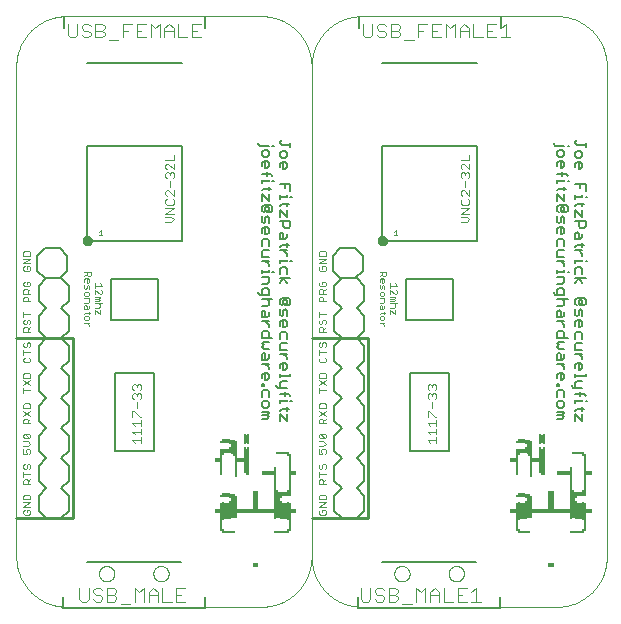
<source format=gto>
G75*
%MOIN*%
%OFA0B0*%
%FSLAX25Y25*%
%IPPOS*%
%LPD*%
%AMOC8*
5,1,8,0,0,1.08239X$1,22.5*
%
%ADD10C,0.00000*%
%ADD11C,0.00400*%
%ADD12C,0.00300*%
%ADD13C,0.00200*%
%ADD14C,0.01600*%
%ADD15C,0.00100*%
%ADD16C,0.01000*%
%ADD17C,0.00500*%
%ADD18C,0.00800*%
%ADD19R,0.00600X0.01800*%
%ADD20R,0.00600X0.00600*%
%ADD21R,0.00600X0.09000*%
%ADD22R,0.00600X0.09600*%
%ADD23R,0.00600X0.01200*%
%ADD24R,0.00600X0.02400*%
%ADD25R,0.00600X0.06000*%
%ADD26R,0.00600X0.05400*%
%ADD27R,0.00600X0.04800*%
%ADD28R,0.00600X0.08400*%
%ADD29R,0.00600X0.12000*%
%ADD30R,0.00600X0.07800*%
%ADD31R,0.00600X0.03600*%
%ADD32R,0.00600X0.03000*%
%ADD33R,0.00600X0.07200*%
%ADD34R,0.00600X0.17400*%
%ADD35R,0.00600X0.14400*%
D10*
X0018503Y0060455D02*
X0083522Y0060455D01*
X0083926Y0060460D01*
X0084329Y0060475D01*
X0084732Y0060499D01*
X0085134Y0060533D01*
X0085535Y0060577D01*
X0085935Y0060630D01*
X0086334Y0060693D01*
X0086731Y0060766D01*
X0087126Y0060849D01*
X0087519Y0060940D01*
X0087910Y0061042D01*
X0088298Y0061152D01*
X0088684Y0061273D01*
X0089066Y0061402D01*
X0089445Y0061540D01*
X0089821Y0061688D01*
X0090193Y0061845D01*
X0090561Y0062010D01*
X0090925Y0062185D01*
X0091284Y0062368D01*
X0091639Y0062560D01*
X0091990Y0062761D01*
X0092335Y0062969D01*
X0092675Y0063186D01*
X0093010Y0063412D01*
X0093340Y0063645D01*
X0093663Y0063886D01*
X0093981Y0064135D01*
X0094293Y0064392D01*
X0094598Y0064656D01*
X0094897Y0064927D01*
X0095189Y0065205D01*
X0095475Y0065491D01*
X0095753Y0065783D01*
X0096024Y0066082D01*
X0096288Y0066387D01*
X0096545Y0066699D01*
X0096794Y0067017D01*
X0097035Y0067340D01*
X0097268Y0067670D01*
X0097494Y0068005D01*
X0097711Y0068345D01*
X0097919Y0068690D01*
X0098120Y0069041D01*
X0098312Y0069396D01*
X0098495Y0069755D01*
X0098670Y0070119D01*
X0098835Y0070487D01*
X0098992Y0070859D01*
X0099140Y0071235D01*
X0099278Y0071614D01*
X0099407Y0071996D01*
X0099528Y0072382D01*
X0099638Y0072770D01*
X0099740Y0073161D01*
X0099831Y0073554D01*
X0099914Y0073949D01*
X0099987Y0074346D01*
X0100050Y0074745D01*
X0100103Y0075145D01*
X0100147Y0075546D01*
X0100181Y0075948D01*
X0100205Y0076351D01*
X0100220Y0076754D01*
X0100225Y0077158D01*
X0100225Y0240602D01*
X0100225Y0077158D01*
X0100226Y0077158D02*
X0100231Y0076754D01*
X0100246Y0076351D01*
X0100270Y0075948D01*
X0100304Y0075546D01*
X0100348Y0075145D01*
X0100401Y0074745D01*
X0100464Y0074346D01*
X0100537Y0073949D01*
X0100620Y0073554D01*
X0100711Y0073161D01*
X0100813Y0072770D01*
X0100923Y0072382D01*
X0101044Y0071996D01*
X0101173Y0071614D01*
X0101311Y0071235D01*
X0101459Y0070859D01*
X0101616Y0070487D01*
X0101781Y0070119D01*
X0101956Y0069755D01*
X0102139Y0069396D01*
X0102331Y0069041D01*
X0102532Y0068690D01*
X0102740Y0068345D01*
X0102957Y0068005D01*
X0103183Y0067670D01*
X0103416Y0067340D01*
X0103657Y0067017D01*
X0103906Y0066699D01*
X0104163Y0066387D01*
X0104427Y0066082D01*
X0104698Y0065783D01*
X0104976Y0065491D01*
X0105262Y0065205D01*
X0105554Y0064927D01*
X0105853Y0064656D01*
X0106158Y0064392D01*
X0106470Y0064135D01*
X0106788Y0063886D01*
X0107111Y0063645D01*
X0107441Y0063412D01*
X0107776Y0063186D01*
X0108116Y0062969D01*
X0108461Y0062761D01*
X0108812Y0062560D01*
X0109167Y0062368D01*
X0109526Y0062185D01*
X0109890Y0062010D01*
X0110258Y0061845D01*
X0110630Y0061688D01*
X0111006Y0061540D01*
X0111385Y0061402D01*
X0111767Y0061273D01*
X0112153Y0061152D01*
X0112541Y0061042D01*
X0112932Y0060940D01*
X0113325Y0060849D01*
X0113720Y0060766D01*
X0114117Y0060693D01*
X0114516Y0060630D01*
X0114916Y0060577D01*
X0115317Y0060533D01*
X0115719Y0060499D01*
X0116122Y0060475D01*
X0116525Y0060460D01*
X0116929Y0060455D01*
X0181947Y0060455D01*
X0182351Y0060460D01*
X0182754Y0060475D01*
X0183157Y0060499D01*
X0183559Y0060533D01*
X0183960Y0060577D01*
X0184360Y0060630D01*
X0184759Y0060693D01*
X0185156Y0060766D01*
X0185551Y0060849D01*
X0185944Y0060940D01*
X0186335Y0061042D01*
X0186723Y0061152D01*
X0187109Y0061273D01*
X0187491Y0061402D01*
X0187870Y0061540D01*
X0188246Y0061688D01*
X0188618Y0061845D01*
X0188986Y0062010D01*
X0189350Y0062185D01*
X0189709Y0062368D01*
X0190064Y0062560D01*
X0190415Y0062761D01*
X0190760Y0062969D01*
X0191100Y0063186D01*
X0191435Y0063412D01*
X0191765Y0063645D01*
X0192088Y0063886D01*
X0192406Y0064135D01*
X0192718Y0064392D01*
X0193023Y0064656D01*
X0193322Y0064927D01*
X0193614Y0065205D01*
X0193900Y0065491D01*
X0194178Y0065783D01*
X0194449Y0066082D01*
X0194713Y0066387D01*
X0194970Y0066699D01*
X0195219Y0067017D01*
X0195460Y0067340D01*
X0195693Y0067670D01*
X0195919Y0068005D01*
X0196136Y0068345D01*
X0196344Y0068690D01*
X0196545Y0069041D01*
X0196737Y0069396D01*
X0196920Y0069755D01*
X0197095Y0070119D01*
X0197260Y0070487D01*
X0197417Y0070859D01*
X0197565Y0071235D01*
X0197703Y0071614D01*
X0197832Y0071996D01*
X0197953Y0072382D01*
X0198063Y0072770D01*
X0198165Y0073161D01*
X0198256Y0073554D01*
X0198339Y0073949D01*
X0198412Y0074346D01*
X0198475Y0074745D01*
X0198528Y0075145D01*
X0198572Y0075546D01*
X0198606Y0075948D01*
X0198630Y0076351D01*
X0198645Y0076754D01*
X0198650Y0077158D01*
X0198650Y0240602D01*
X0198645Y0241006D01*
X0198630Y0241409D01*
X0198606Y0241812D01*
X0198572Y0242214D01*
X0198528Y0242615D01*
X0198475Y0243015D01*
X0198412Y0243414D01*
X0198339Y0243811D01*
X0198256Y0244206D01*
X0198165Y0244599D01*
X0198063Y0244990D01*
X0197953Y0245378D01*
X0197832Y0245764D01*
X0197703Y0246146D01*
X0197565Y0246525D01*
X0197417Y0246901D01*
X0197260Y0247273D01*
X0197095Y0247641D01*
X0196920Y0248005D01*
X0196737Y0248364D01*
X0196545Y0248719D01*
X0196344Y0249070D01*
X0196136Y0249415D01*
X0195919Y0249755D01*
X0195693Y0250090D01*
X0195460Y0250420D01*
X0195219Y0250743D01*
X0194970Y0251061D01*
X0194713Y0251373D01*
X0194449Y0251678D01*
X0194178Y0251977D01*
X0193900Y0252269D01*
X0193614Y0252555D01*
X0193322Y0252833D01*
X0193023Y0253104D01*
X0192718Y0253368D01*
X0192406Y0253625D01*
X0192088Y0253874D01*
X0191765Y0254115D01*
X0191435Y0254348D01*
X0191100Y0254574D01*
X0190760Y0254791D01*
X0190415Y0254999D01*
X0190064Y0255200D01*
X0189709Y0255392D01*
X0189350Y0255575D01*
X0188986Y0255750D01*
X0188618Y0255915D01*
X0188246Y0256072D01*
X0187870Y0256220D01*
X0187491Y0256358D01*
X0187109Y0256487D01*
X0186723Y0256608D01*
X0186335Y0256718D01*
X0185944Y0256820D01*
X0185551Y0256911D01*
X0185156Y0256994D01*
X0184759Y0257067D01*
X0184360Y0257130D01*
X0183960Y0257183D01*
X0183559Y0257227D01*
X0183157Y0257261D01*
X0182754Y0257285D01*
X0182351Y0257300D01*
X0181947Y0257305D01*
X0181947Y0257306D02*
X0116929Y0257306D01*
X0116929Y0257305D02*
X0116525Y0257300D01*
X0116122Y0257285D01*
X0115719Y0257261D01*
X0115317Y0257227D01*
X0114916Y0257183D01*
X0114516Y0257130D01*
X0114117Y0257067D01*
X0113720Y0256994D01*
X0113325Y0256911D01*
X0112932Y0256820D01*
X0112541Y0256718D01*
X0112153Y0256608D01*
X0111767Y0256487D01*
X0111385Y0256358D01*
X0111006Y0256220D01*
X0110630Y0256072D01*
X0110258Y0255915D01*
X0109890Y0255750D01*
X0109526Y0255575D01*
X0109167Y0255392D01*
X0108812Y0255200D01*
X0108461Y0254999D01*
X0108116Y0254791D01*
X0107776Y0254574D01*
X0107441Y0254348D01*
X0107111Y0254115D01*
X0106788Y0253874D01*
X0106470Y0253625D01*
X0106158Y0253368D01*
X0105853Y0253104D01*
X0105554Y0252833D01*
X0105262Y0252555D01*
X0104976Y0252269D01*
X0104698Y0251977D01*
X0104427Y0251678D01*
X0104163Y0251373D01*
X0103906Y0251061D01*
X0103657Y0250743D01*
X0103416Y0250420D01*
X0103183Y0250090D01*
X0102957Y0249755D01*
X0102740Y0249415D01*
X0102532Y0249070D01*
X0102331Y0248719D01*
X0102139Y0248364D01*
X0101956Y0248005D01*
X0101781Y0247641D01*
X0101616Y0247273D01*
X0101459Y0246901D01*
X0101311Y0246525D01*
X0101173Y0246146D01*
X0101044Y0245764D01*
X0100923Y0245378D01*
X0100813Y0244990D01*
X0100711Y0244599D01*
X0100620Y0244206D01*
X0100537Y0243811D01*
X0100464Y0243414D01*
X0100401Y0243015D01*
X0100348Y0242615D01*
X0100304Y0242214D01*
X0100270Y0241812D01*
X0100246Y0241409D01*
X0100231Y0241006D01*
X0100226Y0240602D01*
X0100225Y0240602D02*
X0100220Y0241006D01*
X0100205Y0241409D01*
X0100181Y0241812D01*
X0100147Y0242214D01*
X0100103Y0242615D01*
X0100050Y0243015D01*
X0099987Y0243414D01*
X0099914Y0243811D01*
X0099831Y0244206D01*
X0099740Y0244599D01*
X0099638Y0244990D01*
X0099528Y0245378D01*
X0099407Y0245764D01*
X0099278Y0246146D01*
X0099140Y0246525D01*
X0098992Y0246901D01*
X0098835Y0247273D01*
X0098670Y0247641D01*
X0098495Y0248005D01*
X0098312Y0248364D01*
X0098120Y0248719D01*
X0097919Y0249070D01*
X0097711Y0249415D01*
X0097494Y0249755D01*
X0097268Y0250090D01*
X0097035Y0250420D01*
X0096794Y0250743D01*
X0096545Y0251061D01*
X0096288Y0251373D01*
X0096024Y0251678D01*
X0095753Y0251977D01*
X0095475Y0252269D01*
X0095189Y0252555D01*
X0094897Y0252833D01*
X0094598Y0253104D01*
X0094293Y0253368D01*
X0093981Y0253625D01*
X0093663Y0253874D01*
X0093340Y0254115D01*
X0093010Y0254348D01*
X0092675Y0254574D01*
X0092335Y0254791D01*
X0091990Y0254999D01*
X0091639Y0255200D01*
X0091284Y0255392D01*
X0090925Y0255575D01*
X0090561Y0255750D01*
X0090193Y0255915D01*
X0089821Y0256072D01*
X0089445Y0256220D01*
X0089066Y0256358D01*
X0088684Y0256487D01*
X0088298Y0256608D01*
X0087910Y0256718D01*
X0087519Y0256820D01*
X0087126Y0256911D01*
X0086731Y0256994D01*
X0086334Y0257067D01*
X0085935Y0257130D01*
X0085535Y0257183D01*
X0085134Y0257227D01*
X0084732Y0257261D01*
X0084329Y0257285D01*
X0083926Y0257300D01*
X0083522Y0257305D01*
X0083522Y0257306D02*
X0018503Y0257306D01*
X0018503Y0257305D02*
X0018099Y0257300D01*
X0017696Y0257285D01*
X0017293Y0257261D01*
X0016891Y0257227D01*
X0016490Y0257183D01*
X0016090Y0257130D01*
X0015691Y0257067D01*
X0015294Y0256994D01*
X0014899Y0256911D01*
X0014506Y0256820D01*
X0014115Y0256718D01*
X0013727Y0256608D01*
X0013341Y0256487D01*
X0012959Y0256358D01*
X0012580Y0256220D01*
X0012204Y0256072D01*
X0011832Y0255915D01*
X0011464Y0255750D01*
X0011100Y0255575D01*
X0010741Y0255392D01*
X0010386Y0255200D01*
X0010035Y0254999D01*
X0009690Y0254791D01*
X0009350Y0254574D01*
X0009015Y0254348D01*
X0008685Y0254115D01*
X0008362Y0253874D01*
X0008044Y0253625D01*
X0007732Y0253368D01*
X0007427Y0253104D01*
X0007128Y0252833D01*
X0006836Y0252555D01*
X0006550Y0252269D01*
X0006272Y0251977D01*
X0006001Y0251678D01*
X0005737Y0251373D01*
X0005480Y0251061D01*
X0005231Y0250743D01*
X0004990Y0250420D01*
X0004757Y0250090D01*
X0004531Y0249755D01*
X0004314Y0249415D01*
X0004106Y0249070D01*
X0003905Y0248719D01*
X0003713Y0248364D01*
X0003530Y0248005D01*
X0003355Y0247641D01*
X0003190Y0247273D01*
X0003033Y0246901D01*
X0002885Y0246525D01*
X0002747Y0246146D01*
X0002618Y0245764D01*
X0002497Y0245378D01*
X0002387Y0244990D01*
X0002285Y0244599D01*
X0002194Y0244206D01*
X0002111Y0243811D01*
X0002038Y0243414D01*
X0001975Y0243015D01*
X0001922Y0242615D01*
X0001878Y0242214D01*
X0001844Y0241812D01*
X0001820Y0241409D01*
X0001805Y0241006D01*
X0001800Y0240602D01*
X0001800Y0077158D01*
X0001805Y0076754D01*
X0001820Y0076351D01*
X0001844Y0075948D01*
X0001878Y0075546D01*
X0001922Y0075145D01*
X0001975Y0074745D01*
X0002038Y0074346D01*
X0002111Y0073949D01*
X0002194Y0073554D01*
X0002285Y0073161D01*
X0002387Y0072770D01*
X0002497Y0072382D01*
X0002618Y0071996D01*
X0002747Y0071614D01*
X0002885Y0071235D01*
X0003033Y0070859D01*
X0003190Y0070487D01*
X0003355Y0070119D01*
X0003530Y0069755D01*
X0003713Y0069396D01*
X0003905Y0069041D01*
X0004106Y0068690D01*
X0004314Y0068345D01*
X0004531Y0068005D01*
X0004757Y0067670D01*
X0004990Y0067340D01*
X0005231Y0067017D01*
X0005480Y0066699D01*
X0005737Y0066387D01*
X0006001Y0066082D01*
X0006272Y0065783D01*
X0006550Y0065491D01*
X0006836Y0065205D01*
X0007128Y0064927D01*
X0007427Y0064656D01*
X0007732Y0064392D01*
X0008044Y0064135D01*
X0008362Y0063886D01*
X0008685Y0063645D01*
X0009015Y0063412D01*
X0009350Y0063186D01*
X0009690Y0062969D01*
X0010035Y0062761D01*
X0010386Y0062560D01*
X0010741Y0062368D01*
X0011100Y0062185D01*
X0011464Y0062010D01*
X0011832Y0061845D01*
X0012204Y0061688D01*
X0012580Y0061540D01*
X0012959Y0061402D01*
X0013341Y0061273D01*
X0013727Y0061152D01*
X0014115Y0061042D01*
X0014506Y0060940D01*
X0014899Y0060849D01*
X0015294Y0060766D01*
X0015691Y0060693D01*
X0016090Y0060630D01*
X0016490Y0060577D01*
X0016891Y0060533D01*
X0017293Y0060499D01*
X0017696Y0060475D01*
X0018099Y0060460D01*
X0018503Y0060455D01*
X0029359Y0071479D02*
X0029361Y0071580D01*
X0029367Y0071681D01*
X0029377Y0071782D01*
X0029391Y0071882D01*
X0029409Y0071981D01*
X0029431Y0072080D01*
X0029456Y0072178D01*
X0029486Y0072275D01*
X0029519Y0072370D01*
X0029556Y0072464D01*
X0029597Y0072557D01*
X0029641Y0072648D01*
X0029689Y0072737D01*
X0029741Y0072824D01*
X0029796Y0072909D01*
X0029854Y0072991D01*
X0029915Y0073072D01*
X0029980Y0073150D01*
X0030047Y0073225D01*
X0030117Y0073297D01*
X0030191Y0073367D01*
X0030267Y0073434D01*
X0030345Y0073498D01*
X0030426Y0073558D01*
X0030509Y0073615D01*
X0030595Y0073669D01*
X0030683Y0073720D01*
X0030772Y0073767D01*
X0030863Y0073811D01*
X0030956Y0073850D01*
X0031051Y0073887D01*
X0031146Y0073919D01*
X0031243Y0073948D01*
X0031342Y0073972D01*
X0031440Y0073993D01*
X0031540Y0074010D01*
X0031640Y0074023D01*
X0031741Y0074032D01*
X0031842Y0074037D01*
X0031943Y0074038D01*
X0032044Y0074035D01*
X0032145Y0074028D01*
X0032246Y0074017D01*
X0032346Y0074002D01*
X0032445Y0073983D01*
X0032544Y0073960D01*
X0032641Y0073934D01*
X0032738Y0073903D01*
X0032833Y0073869D01*
X0032926Y0073831D01*
X0033019Y0073789D01*
X0033109Y0073744D01*
X0033198Y0073695D01*
X0033284Y0073643D01*
X0033368Y0073587D01*
X0033451Y0073528D01*
X0033530Y0073466D01*
X0033608Y0073401D01*
X0033682Y0073333D01*
X0033754Y0073261D01*
X0033823Y0073188D01*
X0033889Y0073111D01*
X0033952Y0073032D01*
X0034012Y0072950D01*
X0034068Y0072866D01*
X0034121Y0072780D01*
X0034171Y0072692D01*
X0034217Y0072602D01*
X0034260Y0072511D01*
X0034299Y0072417D01*
X0034334Y0072322D01*
X0034365Y0072226D01*
X0034393Y0072129D01*
X0034417Y0072031D01*
X0034437Y0071932D01*
X0034453Y0071832D01*
X0034465Y0071731D01*
X0034473Y0071631D01*
X0034477Y0071530D01*
X0034477Y0071428D01*
X0034473Y0071327D01*
X0034465Y0071227D01*
X0034453Y0071126D01*
X0034437Y0071026D01*
X0034417Y0070927D01*
X0034393Y0070829D01*
X0034365Y0070732D01*
X0034334Y0070636D01*
X0034299Y0070541D01*
X0034260Y0070447D01*
X0034217Y0070356D01*
X0034171Y0070266D01*
X0034121Y0070178D01*
X0034068Y0070092D01*
X0034012Y0070008D01*
X0033952Y0069926D01*
X0033889Y0069847D01*
X0033823Y0069770D01*
X0033754Y0069697D01*
X0033682Y0069625D01*
X0033608Y0069557D01*
X0033530Y0069492D01*
X0033451Y0069430D01*
X0033368Y0069371D01*
X0033284Y0069315D01*
X0033197Y0069263D01*
X0033109Y0069214D01*
X0033019Y0069169D01*
X0032926Y0069127D01*
X0032833Y0069089D01*
X0032738Y0069055D01*
X0032641Y0069024D01*
X0032544Y0068998D01*
X0032445Y0068975D01*
X0032346Y0068956D01*
X0032246Y0068941D01*
X0032145Y0068930D01*
X0032044Y0068923D01*
X0031943Y0068920D01*
X0031842Y0068921D01*
X0031741Y0068926D01*
X0031640Y0068935D01*
X0031540Y0068948D01*
X0031440Y0068965D01*
X0031342Y0068986D01*
X0031243Y0069010D01*
X0031146Y0069039D01*
X0031051Y0069071D01*
X0030956Y0069108D01*
X0030863Y0069147D01*
X0030772Y0069191D01*
X0030683Y0069238D01*
X0030595Y0069289D01*
X0030509Y0069343D01*
X0030426Y0069400D01*
X0030345Y0069460D01*
X0030267Y0069524D01*
X0030191Y0069591D01*
X0030117Y0069661D01*
X0030047Y0069733D01*
X0029980Y0069808D01*
X0029915Y0069886D01*
X0029854Y0069967D01*
X0029796Y0070049D01*
X0029741Y0070134D01*
X0029689Y0070221D01*
X0029641Y0070310D01*
X0029597Y0070401D01*
X0029556Y0070494D01*
X0029519Y0070588D01*
X0029486Y0070683D01*
X0029456Y0070780D01*
X0029431Y0070878D01*
X0029409Y0070977D01*
X0029391Y0071076D01*
X0029377Y0071176D01*
X0029367Y0071277D01*
X0029361Y0071378D01*
X0029359Y0071479D01*
X0047469Y0071479D02*
X0047471Y0071580D01*
X0047477Y0071681D01*
X0047487Y0071782D01*
X0047501Y0071882D01*
X0047519Y0071981D01*
X0047541Y0072080D01*
X0047566Y0072178D01*
X0047596Y0072275D01*
X0047629Y0072370D01*
X0047666Y0072464D01*
X0047707Y0072557D01*
X0047751Y0072648D01*
X0047799Y0072737D01*
X0047851Y0072824D01*
X0047906Y0072909D01*
X0047964Y0072991D01*
X0048025Y0073072D01*
X0048090Y0073150D01*
X0048157Y0073225D01*
X0048227Y0073297D01*
X0048301Y0073367D01*
X0048377Y0073434D01*
X0048455Y0073498D01*
X0048536Y0073558D01*
X0048619Y0073615D01*
X0048705Y0073669D01*
X0048793Y0073720D01*
X0048882Y0073767D01*
X0048973Y0073811D01*
X0049066Y0073850D01*
X0049161Y0073887D01*
X0049256Y0073919D01*
X0049353Y0073948D01*
X0049452Y0073972D01*
X0049550Y0073993D01*
X0049650Y0074010D01*
X0049750Y0074023D01*
X0049851Y0074032D01*
X0049952Y0074037D01*
X0050053Y0074038D01*
X0050154Y0074035D01*
X0050255Y0074028D01*
X0050356Y0074017D01*
X0050456Y0074002D01*
X0050555Y0073983D01*
X0050654Y0073960D01*
X0050751Y0073934D01*
X0050848Y0073903D01*
X0050943Y0073869D01*
X0051036Y0073831D01*
X0051129Y0073789D01*
X0051219Y0073744D01*
X0051308Y0073695D01*
X0051394Y0073643D01*
X0051478Y0073587D01*
X0051561Y0073528D01*
X0051640Y0073466D01*
X0051718Y0073401D01*
X0051792Y0073333D01*
X0051864Y0073261D01*
X0051933Y0073188D01*
X0051999Y0073111D01*
X0052062Y0073032D01*
X0052122Y0072950D01*
X0052178Y0072866D01*
X0052231Y0072780D01*
X0052281Y0072692D01*
X0052327Y0072602D01*
X0052370Y0072511D01*
X0052409Y0072417D01*
X0052444Y0072322D01*
X0052475Y0072226D01*
X0052503Y0072129D01*
X0052527Y0072031D01*
X0052547Y0071932D01*
X0052563Y0071832D01*
X0052575Y0071731D01*
X0052583Y0071631D01*
X0052587Y0071530D01*
X0052587Y0071428D01*
X0052583Y0071327D01*
X0052575Y0071227D01*
X0052563Y0071126D01*
X0052547Y0071026D01*
X0052527Y0070927D01*
X0052503Y0070829D01*
X0052475Y0070732D01*
X0052444Y0070636D01*
X0052409Y0070541D01*
X0052370Y0070447D01*
X0052327Y0070356D01*
X0052281Y0070266D01*
X0052231Y0070178D01*
X0052178Y0070092D01*
X0052122Y0070008D01*
X0052062Y0069926D01*
X0051999Y0069847D01*
X0051933Y0069770D01*
X0051864Y0069697D01*
X0051792Y0069625D01*
X0051718Y0069557D01*
X0051640Y0069492D01*
X0051561Y0069430D01*
X0051478Y0069371D01*
X0051394Y0069315D01*
X0051307Y0069263D01*
X0051219Y0069214D01*
X0051129Y0069169D01*
X0051036Y0069127D01*
X0050943Y0069089D01*
X0050848Y0069055D01*
X0050751Y0069024D01*
X0050654Y0068998D01*
X0050555Y0068975D01*
X0050456Y0068956D01*
X0050356Y0068941D01*
X0050255Y0068930D01*
X0050154Y0068923D01*
X0050053Y0068920D01*
X0049952Y0068921D01*
X0049851Y0068926D01*
X0049750Y0068935D01*
X0049650Y0068948D01*
X0049550Y0068965D01*
X0049452Y0068986D01*
X0049353Y0069010D01*
X0049256Y0069039D01*
X0049161Y0069071D01*
X0049066Y0069108D01*
X0048973Y0069147D01*
X0048882Y0069191D01*
X0048793Y0069238D01*
X0048705Y0069289D01*
X0048619Y0069343D01*
X0048536Y0069400D01*
X0048455Y0069460D01*
X0048377Y0069524D01*
X0048301Y0069591D01*
X0048227Y0069661D01*
X0048157Y0069733D01*
X0048090Y0069808D01*
X0048025Y0069886D01*
X0047964Y0069967D01*
X0047906Y0070049D01*
X0047851Y0070134D01*
X0047799Y0070221D01*
X0047751Y0070310D01*
X0047707Y0070401D01*
X0047666Y0070494D01*
X0047629Y0070588D01*
X0047596Y0070683D01*
X0047566Y0070780D01*
X0047541Y0070878D01*
X0047519Y0070977D01*
X0047501Y0071076D01*
X0047487Y0071176D01*
X0047477Y0071277D01*
X0047471Y0071378D01*
X0047469Y0071479D01*
X0127784Y0071479D02*
X0127786Y0071580D01*
X0127792Y0071681D01*
X0127802Y0071782D01*
X0127816Y0071882D01*
X0127834Y0071981D01*
X0127856Y0072080D01*
X0127881Y0072178D01*
X0127911Y0072275D01*
X0127944Y0072370D01*
X0127981Y0072464D01*
X0128022Y0072557D01*
X0128066Y0072648D01*
X0128114Y0072737D01*
X0128166Y0072824D01*
X0128221Y0072909D01*
X0128279Y0072991D01*
X0128340Y0073072D01*
X0128405Y0073150D01*
X0128472Y0073225D01*
X0128542Y0073297D01*
X0128616Y0073367D01*
X0128692Y0073434D01*
X0128770Y0073498D01*
X0128851Y0073558D01*
X0128934Y0073615D01*
X0129020Y0073669D01*
X0129108Y0073720D01*
X0129197Y0073767D01*
X0129288Y0073811D01*
X0129381Y0073850D01*
X0129476Y0073887D01*
X0129571Y0073919D01*
X0129668Y0073948D01*
X0129767Y0073972D01*
X0129865Y0073993D01*
X0129965Y0074010D01*
X0130065Y0074023D01*
X0130166Y0074032D01*
X0130267Y0074037D01*
X0130368Y0074038D01*
X0130469Y0074035D01*
X0130570Y0074028D01*
X0130671Y0074017D01*
X0130771Y0074002D01*
X0130870Y0073983D01*
X0130969Y0073960D01*
X0131066Y0073934D01*
X0131163Y0073903D01*
X0131258Y0073869D01*
X0131351Y0073831D01*
X0131444Y0073789D01*
X0131534Y0073744D01*
X0131623Y0073695D01*
X0131709Y0073643D01*
X0131793Y0073587D01*
X0131876Y0073528D01*
X0131955Y0073466D01*
X0132033Y0073401D01*
X0132107Y0073333D01*
X0132179Y0073261D01*
X0132248Y0073188D01*
X0132314Y0073111D01*
X0132377Y0073032D01*
X0132437Y0072950D01*
X0132493Y0072866D01*
X0132546Y0072780D01*
X0132596Y0072692D01*
X0132642Y0072602D01*
X0132685Y0072511D01*
X0132724Y0072417D01*
X0132759Y0072322D01*
X0132790Y0072226D01*
X0132818Y0072129D01*
X0132842Y0072031D01*
X0132862Y0071932D01*
X0132878Y0071832D01*
X0132890Y0071731D01*
X0132898Y0071631D01*
X0132902Y0071530D01*
X0132902Y0071428D01*
X0132898Y0071327D01*
X0132890Y0071227D01*
X0132878Y0071126D01*
X0132862Y0071026D01*
X0132842Y0070927D01*
X0132818Y0070829D01*
X0132790Y0070732D01*
X0132759Y0070636D01*
X0132724Y0070541D01*
X0132685Y0070447D01*
X0132642Y0070356D01*
X0132596Y0070266D01*
X0132546Y0070178D01*
X0132493Y0070092D01*
X0132437Y0070008D01*
X0132377Y0069926D01*
X0132314Y0069847D01*
X0132248Y0069770D01*
X0132179Y0069697D01*
X0132107Y0069625D01*
X0132033Y0069557D01*
X0131955Y0069492D01*
X0131876Y0069430D01*
X0131793Y0069371D01*
X0131709Y0069315D01*
X0131622Y0069263D01*
X0131534Y0069214D01*
X0131444Y0069169D01*
X0131351Y0069127D01*
X0131258Y0069089D01*
X0131163Y0069055D01*
X0131066Y0069024D01*
X0130969Y0068998D01*
X0130870Y0068975D01*
X0130771Y0068956D01*
X0130671Y0068941D01*
X0130570Y0068930D01*
X0130469Y0068923D01*
X0130368Y0068920D01*
X0130267Y0068921D01*
X0130166Y0068926D01*
X0130065Y0068935D01*
X0129965Y0068948D01*
X0129865Y0068965D01*
X0129767Y0068986D01*
X0129668Y0069010D01*
X0129571Y0069039D01*
X0129476Y0069071D01*
X0129381Y0069108D01*
X0129288Y0069147D01*
X0129197Y0069191D01*
X0129108Y0069238D01*
X0129020Y0069289D01*
X0128934Y0069343D01*
X0128851Y0069400D01*
X0128770Y0069460D01*
X0128692Y0069524D01*
X0128616Y0069591D01*
X0128542Y0069661D01*
X0128472Y0069733D01*
X0128405Y0069808D01*
X0128340Y0069886D01*
X0128279Y0069967D01*
X0128221Y0070049D01*
X0128166Y0070134D01*
X0128114Y0070221D01*
X0128066Y0070310D01*
X0128022Y0070401D01*
X0127981Y0070494D01*
X0127944Y0070588D01*
X0127911Y0070683D01*
X0127881Y0070780D01*
X0127856Y0070878D01*
X0127834Y0070977D01*
X0127816Y0071076D01*
X0127802Y0071176D01*
X0127792Y0071277D01*
X0127786Y0071378D01*
X0127784Y0071479D01*
X0145895Y0071479D02*
X0145897Y0071580D01*
X0145903Y0071681D01*
X0145913Y0071782D01*
X0145927Y0071882D01*
X0145945Y0071981D01*
X0145967Y0072080D01*
X0145992Y0072178D01*
X0146022Y0072275D01*
X0146055Y0072370D01*
X0146092Y0072464D01*
X0146133Y0072557D01*
X0146177Y0072648D01*
X0146225Y0072737D01*
X0146277Y0072824D01*
X0146332Y0072909D01*
X0146390Y0072991D01*
X0146451Y0073072D01*
X0146516Y0073150D01*
X0146583Y0073225D01*
X0146653Y0073297D01*
X0146727Y0073367D01*
X0146803Y0073434D01*
X0146881Y0073498D01*
X0146962Y0073558D01*
X0147045Y0073615D01*
X0147131Y0073669D01*
X0147219Y0073720D01*
X0147308Y0073767D01*
X0147399Y0073811D01*
X0147492Y0073850D01*
X0147587Y0073887D01*
X0147682Y0073919D01*
X0147779Y0073948D01*
X0147878Y0073972D01*
X0147976Y0073993D01*
X0148076Y0074010D01*
X0148176Y0074023D01*
X0148277Y0074032D01*
X0148378Y0074037D01*
X0148479Y0074038D01*
X0148580Y0074035D01*
X0148681Y0074028D01*
X0148782Y0074017D01*
X0148882Y0074002D01*
X0148981Y0073983D01*
X0149080Y0073960D01*
X0149177Y0073934D01*
X0149274Y0073903D01*
X0149369Y0073869D01*
X0149462Y0073831D01*
X0149555Y0073789D01*
X0149645Y0073744D01*
X0149734Y0073695D01*
X0149820Y0073643D01*
X0149904Y0073587D01*
X0149987Y0073528D01*
X0150066Y0073466D01*
X0150144Y0073401D01*
X0150218Y0073333D01*
X0150290Y0073261D01*
X0150359Y0073188D01*
X0150425Y0073111D01*
X0150488Y0073032D01*
X0150548Y0072950D01*
X0150604Y0072866D01*
X0150657Y0072780D01*
X0150707Y0072692D01*
X0150753Y0072602D01*
X0150796Y0072511D01*
X0150835Y0072417D01*
X0150870Y0072322D01*
X0150901Y0072226D01*
X0150929Y0072129D01*
X0150953Y0072031D01*
X0150973Y0071932D01*
X0150989Y0071832D01*
X0151001Y0071731D01*
X0151009Y0071631D01*
X0151013Y0071530D01*
X0151013Y0071428D01*
X0151009Y0071327D01*
X0151001Y0071227D01*
X0150989Y0071126D01*
X0150973Y0071026D01*
X0150953Y0070927D01*
X0150929Y0070829D01*
X0150901Y0070732D01*
X0150870Y0070636D01*
X0150835Y0070541D01*
X0150796Y0070447D01*
X0150753Y0070356D01*
X0150707Y0070266D01*
X0150657Y0070178D01*
X0150604Y0070092D01*
X0150548Y0070008D01*
X0150488Y0069926D01*
X0150425Y0069847D01*
X0150359Y0069770D01*
X0150290Y0069697D01*
X0150218Y0069625D01*
X0150144Y0069557D01*
X0150066Y0069492D01*
X0149987Y0069430D01*
X0149904Y0069371D01*
X0149820Y0069315D01*
X0149733Y0069263D01*
X0149645Y0069214D01*
X0149555Y0069169D01*
X0149462Y0069127D01*
X0149369Y0069089D01*
X0149274Y0069055D01*
X0149177Y0069024D01*
X0149080Y0068998D01*
X0148981Y0068975D01*
X0148882Y0068956D01*
X0148782Y0068941D01*
X0148681Y0068930D01*
X0148580Y0068923D01*
X0148479Y0068920D01*
X0148378Y0068921D01*
X0148277Y0068926D01*
X0148176Y0068935D01*
X0148076Y0068948D01*
X0147976Y0068965D01*
X0147878Y0068986D01*
X0147779Y0069010D01*
X0147682Y0069039D01*
X0147587Y0069071D01*
X0147492Y0069108D01*
X0147399Y0069147D01*
X0147308Y0069191D01*
X0147219Y0069238D01*
X0147131Y0069289D01*
X0147045Y0069343D01*
X0146962Y0069400D01*
X0146881Y0069460D01*
X0146803Y0069524D01*
X0146727Y0069591D01*
X0146653Y0069661D01*
X0146583Y0069733D01*
X0146516Y0069808D01*
X0146451Y0069886D01*
X0146390Y0069967D01*
X0146332Y0070049D01*
X0146277Y0070134D01*
X0146225Y0070221D01*
X0146177Y0070310D01*
X0146133Y0070401D01*
X0146092Y0070494D01*
X0146055Y0070588D01*
X0146022Y0070683D01*
X0145992Y0070780D01*
X0145967Y0070878D01*
X0145945Y0070977D01*
X0145927Y0071076D01*
X0145913Y0071176D01*
X0145903Y0071277D01*
X0145897Y0071378D01*
X0145895Y0071479D01*
D11*
X0144291Y0066755D02*
X0144291Y0062151D01*
X0147360Y0062151D01*
X0148894Y0062151D02*
X0151964Y0062151D01*
X0153498Y0062151D02*
X0156568Y0062151D01*
X0155033Y0062151D02*
X0155033Y0066755D01*
X0153498Y0065220D01*
X0151964Y0066755D02*
X0148894Y0066755D01*
X0148894Y0062151D01*
X0148894Y0064453D02*
X0150429Y0064453D01*
X0142756Y0064453D02*
X0139687Y0064453D01*
X0139687Y0065220D02*
X0141221Y0066755D01*
X0142756Y0065220D01*
X0142756Y0062151D01*
X0139687Y0062151D02*
X0139687Y0065220D01*
X0138152Y0066755D02*
X0138152Y0062151D01*
X0135083Y0062151D02*
X0135083Y0066755D01*
X0136617Y0065220D01*
X0138152Y0066755D01*
X0133548Y0061384D02*
X0130479Y0061384D01*
X0128944Y0062918D02*
X0128944Y0063686D01*
X0128177Y0064453D01*
X0125875Y0064453D01*
X0124340Y0063686D02*
X0124340Y0062918D01*
X0123573Y0062151D01*
X0122038Y0062151D01*
X0121271Y0062918D01*
X0119736Y0062918D02*
X0119736Y0066755D01*
X0121271Y0065988D02*
X0121271Y0065220D01*
X0122038Y0064453D01*
X0123573Y0064453D01*
X0124340Y0063686D01*
X0125875Y0062151D02*
X0128177Y0062151D01*
X0128944Y0062918D01*
X0128177Y0064453D02*
X0128944Y0065220D01*
X0128944Y0065988D01*
X0128177Y0066755D01*
X0125875Y0066755D01*
X0125875Y0062151D01*
X0124340Y0065988D02*
X0123573Y0066755D01*
X0122038Y0066755D01*
X0121271Y0065988D01*
X0119736Y0062918D02*
X0118969Y0062151D01*
X0117434Y0062151D01*
X0116667Y0062918D01*
X0116667Y0066755D01*
X0104553Y0091167D02*
X0102982Y0091167D01*
X0102589Y0091560D01*
X0102589Y0092346D01*
X0102982Y0092739D01*
X0103768Y0092739D02*
X0103768Y0091953D01*
X0103768Y0092739D02*
X0104553Y0092739D01*
X0104946Y0092346D01*
X0104946Y0091560D01*
X0104553Y0091167D01*
X0104946Y0093705D02*
X0102589Y0093705D01*
X0104946Y0095276D01*
X0102589Y0095276D01*
X0102589Y0096242D02*
X0102589Y0097421D01*
X0102982Y0097814D01*
X0104553Y0097814D01*
X0104946Y0097421D01*
X0104946Y0096242D01*
X0102589Y0096242D01*
X0102589Y0101317D02*
X0102589Y0102496D01*
X0102982Y0102889D01*
X0103768Y0102889D01*
X0104160Y0102496D01*
X0104160Y0101317D01*
X0104160Y0102103D02*
X0104946Y0102889D01*
X0104946Y0101317D02*
X0102589Y0101317D01*
X0102589Y0103855D02*
X0102589Y0105427D01*
X0102589Y0104641D02*
X0104946Y0104641D01*
X0104553Y0106393D02*
X0104946Y0106785D01*
X0104946Y0107571D01*
X0104553Y0107964D01*
X0104160Y0107964D01*
X0103768Y0107571D01*
X0103768Y0106785D01*
X0103375Y0106393D01*
X0102982Y0106393D01*
X0102589Y0106785D01*
X0102589Y0107571D01*
X0102982Y0107964D01*
X0102589Y0111468D02*
X0103768Y0111468D01*
X0103375Y0112254D01*
X0103375Y0112647D01*
X0103768Y0113040D01*
X0104553Y0113040D01*
X0104946Y0112647D01*
X0104946Y0111861D01*
X0104553Y0111468D01*
X0102589Y0111468D02*
X0102589Y0113040D01*
X0102589Y0114005D02*
X0104160Y0114005D01*
X0104946Y0114791D01*
X0104160Y0115577D01*
X0102589Y0115577D01*
X0102982Y0116543D02*
X0102589Y0116936D01*
X0102589Y0117722D01*
X0102982Y0118115D01*
X0104553Y0116543D01*
X0104946Y0116936D01*
X0104946Y0117722D01*
X0104553Y0118115D01*
X0102982Y0118115D01*
X0102982Y0116543D02*
X0104553Y0116543D01*
X0104160Y0121618D02*
X0104160Y0122797D01*
X0103768Y0123190D01*
X0102982Y0123190D01*
X0102589Y0122797D01*
X0102589Y0121618D01*
X0104946Y0121618D01*
X0104160Y0122404D02*
X0104946Y0123190D01*
X0104946Y0124156D02*
X0102589Y0125728D01*
X0102589Y0126693D02*
X0102589Y0127872D01*
X0102982Y0128265D01*
X0104553Y0128265D01*
X0104946Y0127872D01*
X0104946Y0126693D01*
X0102589Y0126693D01*
X0102589Y0124156D02*
X0104946Y0125728D01*
X0102589Y0131769D02*
X0102589Y0133340D01*
X0102589Y0132554D02*
X0104946Y0132554D01*
X0104946Y0134306D02*
X0102589Y0135878D01*
X0102589Y0136844D02*
X0102589Y0138023D01*
X0102982Y0138416D01*
X0104553Y0138416D01*
X0104946Y0138023D01*
X0104946Y0136844D01*
X0102589Y0136844D01*
X0102589Y0134306D02*
X0104946Y0135878D01*
X0104553Y0141919D02*
X0102982Y0141919D01*
X0102589Y0142312D01*
X0102589Y0143098D01*
X0102982Y0143491D01*
X0102589Y0144456D02*
X0102589Y0146028D01*
X0102589Y0145242D02*
X0104946Y0145242D01*
X0104553Y0143491D02*
X0104946Y0143098D01*
X0104946Y0142312D01*
X0104553Y0141919D01*
X0104553Y0146994D02*
X0104946Y0147387D01*
X0104946Y0148173D01*
X0104553Y0148566D01*
X0104160Y0148566D01*
X0103768Y0148173D01*
X0103768Y0147387D01*
X0103375Y0146994D01*
X0102982Y0146994D01*
X0102589Y0147387D01*
X0102589Y0148173D01*
X0102982Y0148566D01*
X0102589Y0152069D02*
X0102589Y0153248D01*
X0102982Y0153641D01*
X0103768Y0153641D01*
X0104160Y0153248D01*
X0104160Y0152069D01*
X0104160Y0152855D02*
X0104946Y0153641D01*
X0104553Y0154607D02*
X0104946Y0155000D01*
X0104946Y0155786D01*
X0104553Y0156179D01*
X0104160Y0156179D01*
X0103768Y0155786D01*
X0103768Y0155000D01*
X0103375Y0154607D01*
X0102982Y0154607D01*
X0102589Y0155000D01*
X0102589Y0155786D01*
X0102982Y0156179D01*
X0102589Y0157144D02*
X0102589Y0158716D01*
X0102589Y0157930D02*
X0104946Y0157930D01*
X0104946Y0162220D02*
X0102589Y0162220D01*
X0102589Y0163399D01*
X0102982Y0163792D01*
X0103768Y0163792D01*
X0104160Y0163399D01*
X0104160Y0162220D01*
X0104160Y0164757D02*
X0104160Y0165936D01*
X0103768Y0166329D01*
X0102982Y0166329D01*
X0102589Y0165936D01*
X0102589Y0164757D01*
X0104946Y0164757D01*
X0104160Y0165543D02*
X0104946Y0166329D01*
X0104553Y0167295D02*
X0102982Y0167295D01*
X0102589Y0167688D01*
X0102589Y0168474D01*
X0102982Y0168867D01*
X0103768Y0168867D02*
X0103768Y0168081D01*
X0103768Y0168867D02*
X0104553Y0168867D01*
X0104946Y0168474D01*
X0104946Y0167688D01*
X0104553Y0167295D01*
X0104553Y0172370D02*
X0102982Y0172370D01*
X0102589Y0172763D01*
X0102589Y0173549D01*
X0102982Y0173942D01*
X0103768Y0173942D02*
X0103768Y0173156D01*
X0103768Y0173942D02*
X0104553Y0173942D01*
X0104946Y0173549D01*
X0104946Y0172763D01*
X0104553Y0172370D01*
X0104946Y0174908D02*
X0102589Y0174908D01*
X0104946Y0176480D01*
X0102589Y0176480D01*
X0102589Y0177445D02*
X0102589Y0178624D01*
X0102982Y0179017D01*
X0104553Y0179017D01*
X0104946Y0178624D01*
X0104946Y0177445D01*
X0102589Y0177445D01*
X0102589Y0152069D02*
X0104946Y0152069D01*
X0058142Y0066755D02*
X0055073Y0066755D01*
X0055073Y0062151D01*
X0058142Y0062151D01*
X0056608Y0064453D02*
X0055073Y0064453D01*
X0053539Y0062151D02*
X0050469Y0062151D01*
X0050469Y0066755D01*
X0048935Y0065220D02*
X0048935Y0062151D01*
X0048935Y0064453D02*
X0045865Y0064453D01*
X0045865Y0065220D02*
X0047400Y0066755D01*
X0048935Y0065220D01*
X0045865Y0065220D02*
X0045865Y0062151D01*
X0044331Y0062151D02*
X0044331Y0066755D01*
X0042796Y0065220D01*
X0041261Y0066755D01*
X0041261Y0062151D01*
X0039727Y0061384D02*
X0036657Y0061384D01*
X0035123Y0062918D02*
X0035123Y0063686D01*
X0034355Y0064453D01*
X0032054Y0064453D01*
X0030519Y0063686D02*
X0030519Y0062918D01*
X0029752Y0062151D01*
X0028217Y0062151D01*
X0027450Y0062918D01*
X0025915Y0062918D02*
X0025915Y0066755D01*
X0027450Y0065988D02*
X0027450Y0065220D01*
X0028217Y0064453D01*
X0029752Y0064453D01*
X0030519Y0063686D01*
X0032054Y0062151D02*
X0034355Y0062151D01*
X0035123Y0062918D01*
X0034355Y0064453D02*
X0035123Y0065220D01*
X0035123Y0065988D01*
X0034355Y0066755D01*
X0032054Y0066755D01*
X0032054Y0062151D01*
X0030519Y0065988D02*
X0029752Y0066755D01*
X0028217Y0066755D01*
X0027450Y0065988D01*
X0025915Y0062918D02*
X0025148Y0062151D01*
X0023613Y0062151D01*
X0022846Y0062918D01*
X0022846Y0066755D01*
X0006128Y0091167D02*
X0006521Y0091560D01*
X0006521Y0092346D01*
X0006128Y0092739D01*
X0005342Y0092739D01*
X0005342Y0091953D01*
X0004556Y0092739D02*
X0004163Y0092346D01*
X0004163Y0091560D01*
X0004556Y0091167D01*
X0006128Y0091167D01*
X0006521Y0093705D02*
X0004163Y0093705D01*
X0006521Y0095276D01*
X0004163Y0095276D01*
X0004163Y0096242D02*
X0004163Y0097421D01*
X0004556Y0097814D01*
X0006128Y0097814D01*
X0006521Y0097421D01*
X0006521Y0096242D01*
X0004163Y0096242D01*
X0004163Y0101317D02*
X0004163Y0102496D01*
X0004556Y0102889D01*
X0005342Y0102889D01*
X0005735Y0102496D01*
X0005735Y0101317D01*
X0006521Y0101317D02*
X0004163Y0101317D01*
X0005735Y0102103D02*
X0006521Y0102889D01*
X0006521Y0104641D02*
X0004163Y0104641D01*
X0004163Y0103855D02*
X0004163Y0105427D01*
X0004556Y0106393D02*
X0004949Y0106393D01*
X0005342Y0106785D01*
X0005342Y0107571D01*
X0005735Y0107964D01*
X0006128Y0107964D01*
X0006521Y0107571D01*
X0006521Y0106785D01*
X0006128Y0106393D01*
X0004556Y0106393D02*
X0004163Y0106785D01*
X0004163Y0107571D01*
X0004556Y0107964D01*
X0004163Y0111468D02*
X0005342Y0111468D01*
X0004949Y0112254D01*
X0004949Y0112647D01*
X0005342Y0113040D01*
X0006128Y0113040D01*
X0006521Y0112647D01*
X0006521Y0111861D01*
X0006128Y0111468D01*
X0004163Y0111468D02*
X0004163Y0113040D01*
X0004163Y0114005D02*
X0005735Y0114005D01*
X0006521Y0114791D01*
X0005735Y0115577D01*
X0004163Y0115577D01*
X0004556Y0116543D02*
X0004163Y0116936D01*
X0004163Y0117722D01*
X0004556Y0118115D01*
X0006128Y0116543D01*
X0006521Y0116936D01*
X0006521Y0117722D01*
X0006128Y0118115D01*
X0004556Y0118115D01*
X0004556Y0116543D02*
X0006128Y0116543D01*
X0005735Y0121618D02*
X0005735Y0122797D01*
X0005342Y0123190D01*
X0004556Y0123190D01*
X0004163Y0122797D01*
X0004163Y0121618D01*
X0006521Y0121618D01*
X0005735Y0122404D02*
X0006521Y0123190D01*
X0006521Y0124156D02*
X0004163Y0125728D01*
X0004163Y0126693D02*
X0004163Y0127872D01*
X0004556Y0128265D01*
X0006128Y0128265D01*
X0006521Y0127872D01*
X0006521Y0126693D01*
X0004163Y0126693D01*
X0004163Y0124156D02*
X0006521Y0125728D01*
X0004163Y0131769D02*
X0004163Y0133340D01*
X0004163Y0132554D02*
X0006521Y0132554D01*
X0006521Y0134306D02*
X0004163Y0135878D01*
X0004163Y0136844D02*
X0004163Y0138023D01*
X0004556Y0138416D01*
X0006128Y0138416D01*
X0006521Y0138023D01*
X0006521Y0136844D01*
X0004163Y0136844D01*
X0004163Y0134306D02*
X0006521Y0135878D01*
X0006128Y0141919D02*
X0004556Y0141919D01*
X0004163Y0142312D01*
X0004163Y0143098D01*
X0004556Y0143491D01*
X0004163Y0144456D02*
X0004163Y0146028D01*
X0004163Y0145242D02*
X0006521Y0145242D01*
X0006128Y0143491D02*
X0006521Y0143098D01*
X0006521Y0142312D01*
X0006128Y0141919D01*
X0006128Y0146994D02*
X0006521Y0147387D01*
X0006521Y0148173D01*
X0006128Y0148566D01*
X0005735Y0148566D01*
X0005342Y0148173D01*
X0005342Y0147387D01*
X0004949Y0146994D01*
X0004556Y0146994D01*
X0004163Y0147387D01*
X0004163Y0148173D01*
X0004556Y0148566D01*
X0004163Y0152069D02*
X0004163Y0153248D01*
X0004556Y0153641D01*
X0005342Y0153641D01*
X0005735Y0153248D01*
X0005735Y0152069D01*
X0006521Y0152069D02*
X0004163Y0152069D01*
X0005735Y0152855D02*
X0006521Y0153641D01*
X0006128Y0154607D02*
X0006521Y0155000D01*
X0006521Y0155786D01*
X0006128Y0156179D01*
X0005735Y0156179D01*
X0005342Y0155786D01*
X0005342Y0155000D01*
X0004949Y0154607D01*
X0004556Y0154607D01*
X0004163Y0155000D01*
X0004163Y0155786D01*
X0004556Y0156179D01*
X0004163Y0157144D02*
X0004163Y0158716D01*
X0004163Y0157930D02*
X0006521Y0157930D01*
X0006521Y0162220D02*
X0004163Y0162220D01*
X0004163Y0163399D01*
X0004556Y0163792D01*
X0005342Y0163792D01*
X0005735Y0163399D01*
X0005735Y0162220D01*
X0005735Y0164757D02*
X0005735Y0165936D01*
X0005342Y0166329D01*
X0004556Y0166329D01*
X0004163Y0165936D01*
X0004163Y0164757D01*
X0006521Y0164757D01*
X0005735Y0165543D02*
X0006521Y0166329D01*
X0006128Y0167295D02*
X0004556Y0167295D01*
X0004163Y0167688D01*
X0004163Y0168474D01*
X0004556Y0168867D01*
X0005342Y0168867D02*
X0005342Y0168081D01*
X0005342Y0168867D02*
X0006128Y0168867D01*
X0006521Y0168474D01*
X0006521Y0167688D01*
X0006128Y0167295D01*
X0006128Y0172370D02*
X0004556Y0172370D01*
X0004163Y0172763D01*
X0004163Y0173549D01*
X0004556Y0173942D01*
X0005342Y0173942D02*
X0005342Y0173156D01*
X0005342Y0173942D02*
X0006128Y0173942D01*
X0006521Y0173549D01*
X0006521Y0172763D01*
X0006128Y0172370D01*
X0006521Y0174908D02*
X0004163Y0174908D01*
X0006521Y0176480D01*
X0004163Y0176480D01*
X0004163Y0177445D02*
X0004163Y0178624D01*
X0004556Y0179017D01*
X0006128Y0179017D01*
X0006521Y0178624D01*
X0006521Y0177445D01*
X0004163Y0177445D01*
X0032741Y0249455D02*
X0035810Y0249455D01*
X0037345Y0250222D02*
X0037345Y0254826D01*
X0040414Y0254826D01*
X0041949Y0254826D02*
X0041949Y0250222D01*
X0045018Y0250222D01*
X0046553Y0250222D02*
X0046553Y0254826D01*
X0048087Y0253291D01*
X0049622Y0254826D01*
X0049622Y0250222D01*
X0051157Y0250222D02*
X0051157Y0253291D01*
X0052691Y0254826D01*
X0054226Y0253291D01*
X0054226Y0250222D01*
X0055761Y0250222D02*
X0058830Y0250222D01*
X0060364Y0250222D02*
X0060364Y0254826D01*
X0063434Y0254826D01*
X0061899Y0252524D02*
X0060364Y0252524D01*
X0060364Y0250222D02*
X0063434Y0250222D01*
X0055761Y0250222D02*
X0055761Y0254826D01*
X0054226Y0252524D02*
X0051157Y0252524D01*
X0045018Y0254826D02*
X0041949Y0254826D01*
X0041949Y0252524D02*
X0043483Y0252524D01*
X0038879Y0252524D02*
X0037345Y0252524D01*
X0031206Y0251757D02*
X0031206Y0250989D01*
X0030439Y0250222D01*
X0028137Y0250222D01*
X0028137Y0254826D01*
X0030439Y0254826D01*
X0031206Y0254059D01*
X0031206Y0253291D01*
X0030439Y0252524D01*
X0028137Y0252524D01*
X0026602Y0251757D02*
X0026602Y0250989D01*
X0025835Y0250222D01*
X0024300Y0250222D01*
X0023533Y0250989D01*
X0021998Y0250989D02*
X0021998Y0254826D01*
X0023533Y0254059D02*
X0023533Y0253291D01*
X0024300Y0252524D01*
X0025835Y0252524D01*
X0026602Y0251757D01*
X0026602Y0254059D02*
X0025835Y0254826D01*
X0024300Y0254826D01*
X0023533Y0254059D01*
X0021998Y0250989D02*
X0021231Y0250222D01*
X0019696Y0250222D01*
X0018929Y0250989D01*
X0018929Y0254826D01*
X0030439Y0252524D02*
X0031206Y0251757D01*
X0117354Y0250989D02*
X0118122Y0250222D01*
X0119656Y0250222D01*
X0120424Y0250989D01*
X0120424Y0254826D01*
X0121958Y0254059D02*
X0121958Y0253291D01*
X0122726Y0252524D01*
X0124260Y0252524D01*
X0125028Y0251757D01*
X0125028Y0250989D01*
X0124260Y0250222D01*
X0122726Y0250222D01*
X0121958Y0250989D01*
X0121958Y0254059D02*
X0122726Y0254826D01*
X0124260Y0254826D01*
X0125028Y0254059D01*
X0126562Y0254826D02*
X0126562Y0250222D01*
X0128864Y0250222D01*
X0129631Y0250989D01*
X0129631Y0251757D01*
X0128864Y0252524D01*
X0126562Y0252524D01*
X0126562Y0254826D02*
X0128864Y0254826D01*
X0129631Y0254059D01*
X0129631Y0253291D01*
X0128864Y0252524D01*
X0131166Y0249455D02*
X0134235Y0249455D01*
X0135770Y0250222D02*
X0135770Y0254826D01*
X0138839Y0254826D01*
X0140374Y0254826D02*
X0140374Y0250222D01*
X0143443Y0250222D01*
X0144978Y0250222D02*
X0144978Y0254826D01*
X0146513Y0253291D01*
X0148047Y0254826D01*
X0148047Y0250222D01*
X0149582Y0250222D02*
X0149582Y0253291D01*
X0151116Y0254826D01*
X0152651Y0253291D01*
X0152651Y0250222D01*
X0154186Y0250222D02*
X0157255Y0250222D01*
X0158790Y0250222D02*
X0158790Y0254826D01*
X0161859Y0254826D01*
X0163394Y0253291D02*
X0164928Y0254826D01*
X0164928Y0250222D01*
X0163394Y0250222D02*
X0166463Y0250222D01*
X0161859Y0250222D02*
X0158790Y0250222D01*
X0158790Y0252524D02*
X0160324Y0252524D01*
X0154186Y0254826D02*
X0154186Y0250222D01*
X0152651Y0252524D02*
X0149582Y0252524D01*
X0143443Y0254826D02*
X0140374Y0254826D01*
X0140374Y0252524D02*
X0141909Y0252524D01*
X0137305Y0252524D02*
X0135770Y0252524D01*
X0117354Y0250989D02*
X0117354Y0254826D01*
D12*
X0149954Y0209208D02*
X0152856Y0209208D01*
X0152856Y0211143D01*
X0152856Y0208197D02*
X0152856Y0206262D01*
X0150921Y0208197D01*
X0150438Y0208197D01*
X0149954Y0207713D01*
X0149954Y0206746D01*
X0150438Y0206262D01*
X0150438Y0205250D02*
X0150921Y0205250D01*
X0151405Y0204767D01*
X0151889Y0205250D01*
X0152373Y0205250D01*
X0152856Y0204767D01*
X0152856Y0203799D01*
X0152373Y0203315D01*
X0151405Y0204283D02*
X0151405Y0204767D01*
X0150438Y0205250D02*
X0149954Y0204767D01*
X0149954Y0203799D01*
X0150438Y0203315D01*
X0151405Y0202304D02*
X0151405Y0200369D01*
X0150921Y0199357D02*
X0150438Y0199357D01*
X0149954Y0198874D01*
X0149954Y0197906D01*
X0150438Y0197422D01*
X0150438Y0196411D02*
X0149954Y0195927D01*
X0149954Y0194960D01*
X0150438Y0194476D01*
X0152373Y0194476D01*
X0152856Y0194960D01*
X0152856Y0195927D01*
X0152373Y0196411D01*
X0152856Y0197422D02*
X0150921Y0199357D01*
X0152856Y0199357D02*
X0152856Y0197422D01*
X0152856Y0193464D02*
X0149954Y0193464D01*
X0149954Y0191529D02*
X0152856Y0193464D01*
X0152856Y0191529D02*
X0149954Y0191529D01*
X0149954Y0190518D02*
X0151889Y0190518D01*
X0152856Y0189550D01*
X0151889Y0188583D01*
X0149954Y0188583D01*
X0141312Y0134554D02*
X0141795Y0134070D01*
X0141795Y0133103D01*
X0141312Y0132619D01*
X0141312Y0131608D02*
X0141795Y0131124D01*
X0141795Y0130156D01*
X0141312Y0129673D01*
X0140344Y0130640D02*
X0140344Y0131124D01*
X0140828Y0131608D01*
X0141312Y0131608D01*
X0140344Y0131124D02*
X0139860Y0131608D01*
X0139377Y0131608D01*
X0138893Y0131124D01*
X0138893Y0130156D01*
X0139377Y0129673D01*
X0140344Y0128661D02*
X0140344Y0126726D01*
X0139377Y0125714D02*
X0141312Y0123780D01*
X0141795Y0123780D01*
X0141795Y0122768D02*
X0141795Y0120833D01*
X0141795Y0121800D02*
X0138893Y0121800D01*
X0139860Y0120833D01*
X0141795Y0119821D02*
X0141795Y0117886D01*
X0141795Y0118854D02*
X0138893Y0118854D01*
X0139860Y0117886D01*
X0141795Y0116875D02*
X0141795Y0114940D01*
X0141795Y0115907D02*
X0138893Y0115907D01*
X0139860Y0114940D01*
X0138893Y0123780D02*
X0138893Y0125714D01*
X0139377Y0125714D01*
X0139377Y0132619D02*
X0138893Y0133103D01*
X0138893Y0134070D01*
X0139377Y0134554D01*
X0139860Y0134554D01*
X0140344Y0134070D01*
X0140828Y0134554D01*
X0141312Y0134554D01*
X0140344Y0134070D02*
X0140344Y0133587D01*
X0054431Y0189550D02*
X0053464Y0190518D01*
X0051529Y0190518D01*
X0051529Y0191529D02*
X0054431Y0193464D01*
X0051529Y0193464D01*
X0052012Y0194476D02*
X0053947Y0194476D01*
X0054431Y0194960D01*
X0054431Y0195927D01*
X0053947Y0196411D01*
X0054431Y0197422D02*
X0052496Y0199357D01*
X0052012Y0199357D01*
X0051529Y0198874D01*
X0051529Y0197906D01*
X0052012Y0197422D01*
X0052012Y0196411D02*
X0051529Y0195927D01*
X0051529Y0194960D01*
X0052012Y0194476D01*
X0051529Y0191529D02*
X0054431Y0191529D01*
X0054431Y0189550D02*
X0053464Y0188583D01*
X0051529Y0188583D01*
X0054431Y0197422D02*
X0054431Y0199357D01*
X0052980Y0200369D02*
X0052980Y0202304D01*
X0053947Y0203315D02*
X0054431Y0203799D01*
X0054431Y0204767D01*
X0053947Y0205250D01*
X0053464Y0205250D01*
X0052980Y0204767D01*
X0052980Y0204283D01*
X0052980Y0204767D02*
X0052496Y0205250D01*
X0052012Y0205250D01*
X0051529Y0204767D01*
X0051529Y0203799D01*
X0052012Y0203315D01*
X0052012Y0206262D02*
X0051529Y0206746D01*
X0051529Y0207713D01*
X0052012Y0208197D01*
X0052496Y0208197D01*
X0054431Y0206262D01*
X0054431Y0208197D01*
X0054431Y0209208D02*
X0054431Y0211143D01*
X0054431Y0209208D02*
X0051529Y0209208D01*
X0042886Y0134554D02*
X0043370Y0134070D01*
X0043370Y0133103D01*
X0042886Y0132619D01*
X0042886Y0131608D02*
X0043370Y0131124D01*
X0043370Y0130156D01*
X0042886Y0129673D01*
X0041919Y0130640D02*
X0041919Y0131124D01*
X0042403Y0131608D01*
X0042886Y0131608D01*
X0041919Y0131124D02*
X0041435Y0131608D01*
X0040951Y0131608D01*
X0040468Y0131124D01*
X0040468Y0130156D01*
X0040951Y0129673D01*
X0041919Y0128661D02*
X0041919Y0126726D01*
X0040951Y0125714D02*
X0042886Y0123780D01*
X0043370Y0123780D01*
X0043370Y0122768D02*
X0043370Y0120833D01*
X0043370Y0121800D02*
X0040468Y0121800D01*
X0041435Y0120833D01*
X0043370Y0119821D02*
X0043370Y0117886D01*
X0043370Y0118854D02*
X0040468Y0118854D01*
X0041435Y0117886D01*
X0043370Y0116875D02*
X0043370Y0114940D01*
X0043370Y0115907D02*
X0040468Y0115907D01*
X0041435Y0114940D01*
X0040468Y0123780D02*
X0040468Y0125714D01*
X0040951Y0125714D01*
X0040951Y0132619D02*
X0040468Y0133103D01*
X0040468Y0134070D01*
X0040951Y0134554D01*
X0041435Y0134554D01*
X0041919Y0134070D01*
X0042403Y0134554D01*
X0042886Y0134554D01*
X0041919Y0134070D02*
X0041919Y0133587D01*
D13*
X0025958Y0154066D02*
X0025958Y0154433D01*
X0025225Y0155167D01*
X0025958Y0155167D02*
X0024491Y0155167D01*
X0024858Y0155909D02*
X0025591Y0155909D01*
X0025958Y0156276D01*
X0025958Y0157010D01*
X0025591Y0157377D01*
X0024858Y0157377D01*
X0024491Y0157010D01*
X0024491Y0156276D01*
X0024858Y0155909D01*
X0024491Y0158116D02*
X0024858Y0158483D01*
X0026325Y0158483D01*
X0025958Y0158850D02*
X0025958Y0158116D01*
X0025591Y0159592D02*
X0024491Y0159592D01*
X0024491Y0160693D01*
X0024858Y0161060D01*
X0025225Y0160693D01*
X0025225Y0159592D01*
X0025591Y0159592D02*
X0025958Y0159959D01*
X0025958Y0160693D01*
X0025591Y0161802D02*
X0024491Y0161802D01*
X0025591Y0161802D02*
X0025958Y0162169D01*
X0025958Y0163270D01*
X0024491Y0163270D01*
X0024858Y0164012D02*
X0025591Y0164012D01*
X0025958Y0164379D01*
X0025958Y0165113D01*
X0025591Y0165480D01*
X0024858Y0165480D01*
X0024491Y0165113D01*
X0024491Y0164379D01*
X0024858Y0164012D01*
X0024858Y0166222D02*
X0025225Y0166589D01*
X0025225Y0167323D01*
X0025591Y0167690D01*
X0025958Y0167323D01*
X0025958Y0166222D01*
X0024858Y0166222D02*
X0024491Y0166589D01*
X0024491Y0167690D01*
X0025225Y0168432D02*
X0025225Y0169899D01*
X0025591Y0169899D02*
X0025958Y0169532D01*
X0025958Y0168799D01*
X0025591Y0168432D01*
X0025225Y0168432D01*
X0024491Y0168799D02*
X0024491Y0169532D01*
X0024858Y0169899D01*
X0025591Y0169899D01*
X0025591Y0170641D02*
X0025225Y0171008D01*
X0025225Y0172109D01*
X0025225Y0171375D02*
X0024491Y0170641D01*
X0025591Y0170641D02*
X0026325Y0170641D01*
X0026692Y0171008D01*
X0026692Y0172109D01*
X0024491Y0172109D01*
X0028091Y0168242D02*
X0028091Y0166774D01*
X0028091Y0167508D02*
X0030292Y0167508D01*
X0029558Y0168242D01*
X0029925Y0166032D02*
X0030292Y0165665D01*
X0030292Y0164931D01*
X0029925Y0164564D01*
X0029558Y0164564D01*
X0028091Y0166032D01*
X0028091Y0164564D01*
X0028091Y0163822D02*
X0029558Y0163822D01*
X0029558Y0163455D01*
X0029191Y0163088D01*
X0029558Y0162721D01*
X0029191Y0162354D01*
X0028091Y0162354D01*
X0028091Y0163088D02*
X0029191Y0163088D01*
X0029191Y0161612D02*
X0029558Y0161245D01*
X0029558Y0160511D01*
X0029191Y0160144D01*
X0028091Y0160144D01*
X0028091Y0159403D02*
X0028091Y0157935D01*
X0029558Y0157935D02*
X0028091Y0159403D01*
X0029558Y0159403D02*
X0029558Y0157935D01*
X0030292Y0161612D02*
X0028091Y0161612D01*
X0122916Y0161802D02*
X0124017Y0161802D01*
X0124384Y0162169D01*
X0124384Y0163270D01*
X0122916Y0163270D01*
X0123283Y0164012D02*
X0124017Y0164012D01*
X0124384Y0164379D01*
X0124384Y0165113D01*
X0124017Y0165480D01*
X0123283Y0165480D01*
X0122916Y0165113D01*
X0122916Y0164379D01*
X0123283Y0164012D01*
X0123283Y0166222D02*
X0123650Y0166589D01*
X0123650Y0167323D01*
X0124017Y0167690D01*
X0124384Y0167323D01*
X0124384Y0166222D01*
X0123283Y0166222D02*
X0122916Y0166589D01*
X0122916Y0167690D01*
X0123650Y0168432D02*
X0123650Y0169899D01*
X0124017Y0169899D02*
X0124384Y0169532D01*
X0124384Y0168799D01*
X0124017Y0168432D01*
X0123650Y0168432D01*
X0122916Y0168799D02*
X0122916Y0169532D01*
X0123283Y0169899D01*
X0124017Y0169899D01*
X0124017Y0170641D02*
X0123650Y0171008D01*
X0123650Y0172109D01*
X0123650Y0171375D02*
X0122916Y0170641D01*
X0124017Y0170641D02*
X0124751Y0170641D01*
X0125118Y0171008D01*
X0125118Y0172109D01*
X0122916Y0172109D01*
X0126516Y0168242D02*
X0126516Y0166774D01*
X0126516Y0167508D02*
X0128718Y0167508D01*
X0127984Y0168242D01*
X0128351Y0166032D02*
X0128718Y0165665D01*
X0128718Y0164931D01*
X0128351Y0164564D01*
X0127984Y0164564D01*
X0126516Y0166032D01*
X0126516Y0164564D01*
X0126516Y0163822D02*
X0127984Y0163822D01*
X0127984Y0163455D01*
X0127617Y0163088D01*
X0127984Y0162721D01*
X0127617Y0162354D01*
X0126516Y0162354D01*
X0126516Y0163088D02*
X0127617Y0163088D01*
X0127617Y0161612D02*
X0127984Y0161245D01*
X0127984Y0160511D01*
X0127617Y0160144D01*
X0126516Y0160144D01*
X0126516Y0159403D02*
X0126516Y0157935D01*
X0127984Y0157935D02*
X0126516Y0159403D01*
X0127984Y0159403D02*
X0127984Y0157935D01*
X0124751Y0158483D02*
X0123283Y0158483D01*
X0122916Y0158116D01*
X0123283Y0157377D02*
X0122916Y0157010D01*
X0122916Y0156276D01*
X0123283Y0155909D01*
X0124017Y0155909D01*
X0124384Y0156276D01*
X0124384Y0157010D01*
X0124017Y0157377D01*
X0123283Y0157377D01*
X0124384Y0158116D02*
X0124384Y0158850D01*
X0124017Y0159592D02*
X0124384Y0159959D01*
X0124384Y0160693D01*
X0123650Y0160693D02*
X0123283Y0161060D01*
X0122916Y0160693D01*
X0122916Y0159592D01*
X0124017Y0159592D01*
X0123650Y0159592D02*
X0123650Y0160693D01*
X0126516Y0161612D02*
X0128718Y0161612D01*
X0124384Y0155167D02*
X0122916Y0155167D01*
X0123650Y0155167D02*
X0124384Y0154433D01*
X0124384Y0154066D01*
D14*
X0123060Y0182502D02*
X0123062Y0182558D01*
X0123068Y0182613D01*
X0123078Y0182667D01*
X0123091Y0182721D01*
X0123109Y0182774D01*
X0123130Y0182825D01*
X0123154Y0182875D01*
X0123182Y0182923D01*
X0123214Y0182969D01*
X0123248Y0183013D01*
X0123286Y0183054D01*
X0123326Y0183092D01*
X0123369Y0183127D01*
X0123414Y0183159D01*
X0123462Y0183188D01*
X0123511Y0183214D01*
X0123562Y0183236D01*
X0123614Y0183254D01*
X0123668Y0183268D01*
X0123723Y0183279D01*
X0123778Y0183286D01*
X0123833Y0183289D01*
X0123889Y0183288D01*
X0123944Y0183283D01*
X0123999Y0183274D01*
X0124053Y0183262D01*
X0124106Y0183245D01*
X0124158Y0183225D01*
X0124208Y0183201D01*
X0124256Y0183174D01*
X0124303Y0183144D01*
X0124347Y0183110D01*
X0124389Y0183073D01*
X0124427Y0183033D01*
X0124464Y0182991D01*
X0124497Y0182946D01*
X0124526Y0182900D01*
X0124553Y0182851D01*
X0124575Y0182800D01*
X0124595Y0182748D01*
X0124610Y0182694D01*
X0124622Y0182640D01*
X0124630Y0182585D01*
X0124634Y0182530D01*
X0124634Y0182474D01*
X0124630Y0182419D01*
X0124622Y0182364D01*
X0124610Y0182310D01*
X0124595Y0182256D01*
X0124575Y0182204D01*
X0124553Y0182153D01*
X0124526Y0182104D01*
X0124497Y0182058D01*
X0124464Y0182013D01*
X0124427Y0181971D01*
X0124389Y0181931D01*
X0124347Y0181894D01*
X0124303Y0181860D01*
X0124256Y0181830D01*
X0124208Y0181803D01*
X0124158Y0181779D01*
X0124106Y0181759D01*
X0124053Y0181742D01*
X0123999Y0181730D01*
X0123944Y0181721D01*
X0123889Y0181716D01*
X0123833Y0181715D01*
X0123778Y0181718D01*
X0123723Y0181725D01*
X0123668Y0181736D01*
X0123614Y0181750D01*
X0123562Y0181768D01*
X0123511Y0181790D01*
X0123462Y0181816D01*
X0123414Y0181845D01*
X0123369Y0181877D01*
X0123326Y0181912D01*
X0123286Y0181950D01*
X0123248Y0181991D01*
X0123214Y0182035D01*
X0123182Y0182081D01*
X0123154Y0182129D01*
X0123130Y0182179D01*
X0123109Y0182230D01*
X0123091Y0182283D01*
X0123078Y0182337D01*
X0123068Y0182391D01*
X0123062Y0182446D01*
X0123060Y0182502D01*
X0024635Y0182502D02*
X0024637Y0182558D01*
X0024643Y0182613D01*
X0024653Y0182667D01*
X0024666Y0182721D01*
X0024684Y0182774D01*
X0024705Y0182825D01*
X0024729Y0182875D01*
X0024757Y0182923D01*
X0024789Y0182969D01*
X0024823Y0183013D01*
X0024861Y0183054D01*
X0024901Y0183092D01*
X0024944Y0183127D01*
X0024989Y0183159D01*
X0025037Y0183188D01*
X0025086Y0183214D01*
X0025137Y0183236D01*
X0025189Y0183254D01*
X0025243Y0183268D01*
X0025298Y0183279D01*
X0025353Y0183286D01*
X0025408Y0183289D01*
X0025464Y0183288D01*
X0025519Y0183283D01*
X0025574Y0183274D01*
X0025628Y0183262D01*
X0025681Y0183245D01*
X0025733Y0183225D01*
X0025783Y0183201D01*
X0025831Y0183174D01*
X0025878Y0183144D01*
X0025922Y0183110D01*
X0025964Y0183073D01*
X0026002Y0183033D01*
X0026039Y0182991D01*
X0026072Y0182946D01*
X0026101Y0182900D01*
X0026128Y0182851D01*
X0026150Y0182800D01*
X0026170Y0182748D01*
X0026185Y0182694D01*
X0026197Y0182640D01*
X0026205Y0182585D01*
X0026209Y0182530D01*
X0026209Y0182474D01*
X0026205Y0182419D01*
X0026197Y0182364D01*
X0026185Y0182310D01*
X0026170Y0182256D01*
X0026150Y0182204D01*
X0026128Y0182153D01*
X0026101Y0182104D01*
X0026072Y0182058D01*
X0026039Y0182013D01*
X0026002Y0181971D01*
X0025964Y0181931D01*
X0025922Y0181894D01*
X0025878Y0181860D01*
X0025831Y0181830D01*
X0025783Y0181803D01*
X0025733Y0181779D01*
X0025681Y0181759D01*
X0025628Y0181742D01*
X0025574Y0181730D01*
X0025519Y0181721D01*
X0025464Y0181716D01*
X0025408Y0181715D01*
X0025353Y0181718D01*
X0025298Y0181725D01*
X0025243Y0181736D01*
X0025189Y0181750D01*
X0025137Y0181768D01*
X0025086Y0181790D01*
X0025037Y0181816D01*
X0024989Y0181845D01*
X0024944Y0181877D01*
X0024901Y0181912D01*
X0024861Y0181950D01*
X0024823Y0181991D01*
X0024789Y0182035D01*
X0024757Y0182081D01*
X0024729Y0182129D01*
X0024705Y0182179D01*
X0024684Y0182230D01*
X0024666Y0182283D01*
X0024653Y0182337D01*
X0024643Y0182391D01*
X0024637Y0182446D01*
X0024635Y0182502D01*
D15*
X0029409Y0184521D02*
X0030410Y0184521D01*
X0029909Y0184521D02*
X0029909Y0186022D01*
X0029409Y0185522D01*
X0127834Y0185522D02*
X0128335Y0186022D01*
X0128335Y0184521D01*
X0128835Y0184521D02*
X0127834Y0184521D01*
D16*
X0119123Y0150022D02*
X0119123Y0089983D01*
X0100225Y0089983D01*
X0100225Y0150022D02*
X0119123Y0150022D01*
X0020698Y0150022D02*
X0020698Y0089983D01*
X0001800Y0089983D01*
X0001800Y0150022D02*
X0020698Y0150022D01*
D17*
X0033296Y0155928D02*
X0033296Y0169707D01*
X0049044Y0169707D01*
X0049044Y0155928D01*
X0033296Y0155928D01*
X0025422Y0182502D02*
X0025422Y0213998D01*
X0056918Y0213998D01*
X0056918Y0182502D01*
X0025422Y0182502D01*
X0083664Y0182622D02*
X0083664Y0180870D01*
X0084248Y0179522D02*
X0083664Y0178939D01*
X0083664Y0177187D01*
X0085999Y0177187D01*
X0085999Y0175839D02*
X0083664Y0175839D01*
X0084832Y0175839D02*
X0085999Y0174672D01*
X0085999Y0174088D01*
X0085999Y0172770D02*
X0085999Y0172186D01*
X0083664Y0172186D01*
X0083664Y0172770D02*
X0083664Y0171602D01*
X0083664Y0170314D02*
X0085999Y0170314D01*
X0085999Y0168563D01*
X0085416Y0167979D01*
X0083664Y0167979D01*
X0084248Y0166631D02*
X0083664Y0166048D01*
X0083664Y0164296D01*
X0083080Y0164296D02*
X0085999Y0164296D01*
X0085999Y0166048D01*
X0085416Y0166631D01*
X0084248Y0166631D01*
X0082497Y0165464D02*
X0082497Y0164880D01*
X0083080Y0164296D01*
X0083664Y0162948D02*
X0087167Y0162948D01*
X0085999Y0162364D02*
X0085999Y0161197D01*
X0085416Y0160613D01*
X0083664Y0160613D01*
X0084248Y0159265D02*
X0083664Y0158681D01*
X0083664Y0156930D01*
X0085416Y0156930D01*
X0085999Y0157514D01*
X0085999Y0158681D01*
X0084832Y0158681D02*
X0084832Y0156930D01*
X0084832Y0155582D02*
X0085999Y0154414D01*
X0085999Y0153830D01*
X0085416Y0152513D02*
X0085999Y0151929D01*
X0085999Y0150177D01*
X0087167Y0150177D02*
X0083664Y0150177D01*
X0083664Y0151929D01*
X0084248Y0152513D01*
X0085416Y0152513D01*
X0085999Y0155582D02*
X0083664Y0155582D01*
X0084832Y0158681D02*
X0084248Y0159265D01*
X0085999Y0162364D02*
X0085416Y0162948D01*
X0089664Y0162671D02*
X0090248Y0163255D01*
X0092583Y0163255D01*
X0093167Y0162671D01*
X0093167Y0161504D01*
X0092583Y0160920D01*
X0091416Y0160920D01*
X0090832Y0161504D01*
X0091999Y0161504D01*
X0091999Y0162671D01*
X0090832Y0162671D01*
X0090832Y0161504D01*
X0090248Y0160920D02*
X0089664Y0161504D01*
X0089664Y0162671D01*
X0089664Y0159572D02*
X0089664Y0157820D01*
X0090248Y0157237D01*
X0090832Y0157820D01*
X0090832Y0158988D01*
X0091416Y0159572D01*
X0091999Y0158988D01*
X0091999Y0157237D01*
X0091416Y0155889D02*
X0091999Y0155305D01*
X0091999Y0154137D01*
X0091416Y0153554D01*
X0090832Y0153554D01*
X0090832Y0155889D01*
X0090248Y0155889D02*
X0091416Y0155889D01*
X0090248Y0155889D02*
X0089664Y0155305D01*
X0089664Y0154137D01*
X0090248Y0152206D02*
X0089664Y0151622D01*
X0089664Y0149870D01*
X0090248Y0148523D02*
X0089664Y0147939D01*
X0089664Y0146187D01*
X0091999Y0146187D01*
X0091999Y0144839D02*
X0089664Y0144839D01*
X0090832Y0144839D02*
X0091999Y0143672D01*
X0091999Y0143088D01*
X0091416Y0141770D02*
X0091999Y0141186D01*
X0091999Y0140019D01*
X0091416Y0139435D01*
X0090832Y0139435D01*
X0090832Y0141770D01*
X0090248Y0141770D02*
X0091416Y0141770D01*
X0090248Y0141770D02*
X0089664Y0141186D01*
X0089664Y0140019D01*
X0089664Y0138087D02*
X0089664Y0136919D01*
X0089664Y0137503D02*
X0093167Y0137503D01*
X0093167Y0138087D01*
X0091999Y0135632D02*
X0090248Y0135632D01*
X0089664Y0135048D01*
X0089664Y0133296D01*
X0089080Y0133296D02*
X0088497Y0133880D01*
X0088497Y0134464D01*
X0089080Y0133296D02*
X0091999Y0133296D01*
X0091416Y0131948D02*
X0091416Y0130781D01*
X0092583Y0131365D02*
X0089664Y0131365D01*
X0089664Y0129493D02*
X0089664Y0128325D01*
X0089664Y0128909D02*
X0091999Y0128909D01*
X0091999Y0129493D01*
X0093167Y0128909D02*
X0093751Y0128909D01*
X0093167Y0130781D02*
X0092583Y0131365D01*
X0091999Y0127038D02*
X0091999Y0125870D01*
X0092583Y0126454D02*
X0090248Y0126454D01*
X0089664Y0125870D01*
X0089664Y0124582D02*
X0089664Y0122247D01*
X0091999Y0122247D02*
X0089664Y0124582D01*
X0091999Y0124582D02*
X0091999Y0122247D01*
X0085999Y0123751D02*
X0085416Y0123168D01*
X0083664Y0123168D01*
X0083664Y0124335D02*
X0085416Y0124335D01*
X0085999Y0123751D01*
X0085416Y0124335D02*
X0085999Y0124919D01*
X0085999Y0125503D01*
X0083664Y0125503D01*
X0084248Y0126851D02*
X0083664Y0127435D01*
X0083664Y0128602D01*
X0084248Y0129186D01*
X0085416Y0129186D01*
X0085999Y0128602D01*
X0085999Y0127435D01*
X0085416Y0126851D01*
X0084248Y0126851D01*
X0083664Y0130534D02*
X0083664Y0132285D01*
X0084248Y0132869D01*
X0085416Y0132869D01*
X0085999Y0132285D01*
X0085999Y0130534D01*
X0084248Y0134127D02*
X0083664Y0134127D01*
X0083664Y0134711D01*
X0084248Y0134711D01*
X0084248Y0134127D01*
X0084832Y0136059D02*
X0084832Y0138394D01*
X0085416Y0138394D02*
X0085999Y0137810D01*
X0085999Y0136642D01*
X0085416Y0136059D01*
X0084832Y0136059D01*
X0083664Y0136642D02*
X0083664Y0137810D01*
X0084248Y0138394D01*
X0085416Y0138394D01*
X0085999Y0139712D02*
X0085999Y0140296D01*
X0084832Y0141463D01*
X0085999Y0141463D02*
X0083664Y0141463D01*
X0083664Y0142811D02*
X0083664Y0144563D01*
X0084248Y0145146D01*
X0084832Y0144563D01*
X0084832Y0142811D01*
X0085416Y0142811D02*
X0083664Y0142811D01*
X0085416Y0142811D02*
X0085999Y0143395D01*
X0085999Y0144563D01*
X0085999Y0146494D02*
X0084248Y0146494D01*
X0083664Y0147078D01*
X0084248Y0147662D01*
X0083664Y0148246D01*
X0084248Y0148829D01*
X0085999Y0148829D01*
X0090248Y0148523D02*
X0091999Y0148523D01*
X0091999Y0149870D02*
X0091999Y0151622D01*
X0091416Y0152206D01*
X0090248Y0152206D01*
X0089664Y0168256D02*
X0090832Y0170008D01*
X0091999Y0168256D01*
X0093167Y0170008D02*
X0089664Y0170008D01*
X0089664Y0171355D02*
X0089664Y0173107D01*
X0090248Y0173691D01*
X0091416Y0173691D01*
X0091999Y0173107D01*
X0091999Y0171355D01*
X0089664Y0174978D02*
X0089664Y0176146D01*
X0089664Y0175562D02*
X0091999Y0175562D01*
X0091999Y0176146D01*
X0093167Y0175562D02*
X0093751Y0175562D01*
X0091999Y0177464D02*
X0091999Y0178048D01*
X0090832Y0179215D01*
X0091999Y0179215D02*
X0089664Y0179215D01*
X0089664Y0180503D02*
X0090248Y0181087D01*
X0092583Y0181087D01*
X0091999Y0181671D02*
X0091999Y0180503D01*
X0091416Y0183019D02*
X0089664Y0183019D01*
X0089664Y0184770D01*
X0090248Y0185354D01*
X0090832Y0184770D01*
X0090832Y0183019D01*
X0091416Y0183019D02*
X0091999Y0183602D01*
X0091999Y0184770D01*
X0091416Y0186702D02*
X0090832Y0187286D01*
X0090832Y0189037D01*
X0089664Y0189037D02*
X0093167Y0189037D01*
X0093167Y0187286D01*
X0092583Y0186702D01*
X0091416Y0186702D01*
X0091999Y0190385D02*
X0089664Y0192720D01*
X0089664Y0190385D01*
X0091999Y0190385D02*
X0091999Y0192720D01*
X0091999Y0194008D02*
X0091999Y0195176D01*
X0092583Y0194592D02*
X0090248Y0194592D01*
X0089664Y0194008D01*
X0089664Y0196463D02*
X0089664Y0197631D01*
X0089664Y0197047D02*
X0091999Y0197047D01*
X0091999Y0197631D01*
X0093167Y0197047D02*
X0093751Y0197047D01*
X0093167Y0198979D02*
X0093167Y0201314D01*
X0089664Y0201314D01*
X0091416Y0201314D02*
X0091416Y0200147D01*
X0087751Y0202265D02*
X0087167Y0202265D01*
X0085999Y0202265D02*
X0083664Y0202265D01*
X0083664Y0202849D02*
X0083664Y0201681D01*
X0084248Y0199810D02*
X0083664Y0199226D01*
X0084248Y0199810D02*
X0086583Y0199810D01*
X0085999Y0200393D02*
X0085999Y0199226D01*
X0085999Y0197938D02*
X0085999Y0195603D01*
X0083664Y0197938D01*
X0083664Y0195603D01*
X0084248Y0194255D02*
X0083664Y0193671D01*
X0083664Y0192503D01*
X0084248Y0191920D01*
X0084832Y0192503D02*
X0085999Y0192503D01*
X0085999Y0193671D01*
X0084832Y0193671D01*
X0084832Y0192503D01*
X0085416Y0191920D01*
X0086583Y0191920D01*
X0087167Y0192503D01*
X0087167Y0193671D01*
X0086583Y0194255D01*
X0084248Y0194255D01*
X0083664Y0190572D02*
X0083664Y0188820D01*
X0084248Y0188236D01*
X0084832Y0188820D01*
X0084832Y0189988D01*
X0085416Y0190572D01*
X0085999Y0189988D01*
X0085999Y0188236D01*
X0085416Y0186889D02*
X0085999Y0186305D01*
X0085999Y0185137D01*
X0085416Y0184553D01*
X0084832Y0184553D01*
X0084832Y0186889D01*
X0084248Y0186889D02*
X0085416Y0186889D01*
X0084248Y0186889D02*
X0083664Y0186305D01*
X0083664Y0185137D01*
X0084248Y0183205D02*
X0083664Y0182622D01*
X0084248Y0183205D02*
X0085416Y0183205D01*
X0085999Y0182622D01*
X0085999Y0180870D01*
X0085999Y0179522D02*
X0084248Y0179522D01*
X0087167Y0172186D02*
X0087751Y0172186D01*
X0085999Y0202265D02*
X0085999Y0202849D01*
X0085416Y0204137D02*
X0085416Y0205304D01*
X0086583Y0204721D02*
X0083664Y0204721D01*
X0084832Y0206652D02*
X0084832Y0208987D01*
X0085416Y0208987D02*
X0085999Y0208404D01*
X0085999Y0207236D01*
X0085416Y0206652D01*
X0084832Y0206652D01*
X0083664Y0207236D02*
X0083664Y0208404D01*
X0084248Y0208987D01*
X0085416Y0208987D01*
X0085416Y0210335D02*
X0085999Y0210919D01*
X0085999Y0212087D01*
X0085416Y0212671D01*
X0084248Y0212671D01*
X0083664Y0212087D01*
X0083664Y0210919D01*
X0084248Y0210335D01*
X0085416Y0210335D01*
X0085999Y0213958D02*
X0083080Y0213958D01*
X0082497Y0214542D01*
X0082497Y0215126D01*
X0087167Y0213958D02*
X0087751Y0213958D01*
X0089664Y0214879D02*
X0090248Y0214295D01*
X0093167Y0214295D01*
X0093167Y0213712D02*
X0093167Y0214879D01*
X0091416Y0212364D02*
X0090248Y0212364D01*
X0089664Y0211780D01*
X0089664Y0210612D01*
X0090248Y0210028D01*
X0091416Y0210028D01*
X0091999Y0210612D01*
X0091999Y0211780D01*
X0091416Y0212364D01*
X0089664Y0214879D02*
X0089664Y0215463D01*
X0090248Y0216047D01*
X0090248Y0208681D02*
X0089664Y0208097D01*
X0089664Y0206929D01*
X0090832Y0206345D02*
X0090832Y0208681D01*
X0091416Y0208681D02*
X0091999Y0208097D01*
X0091999Y0206929D01*
X0091416Y0206345D01*
X0090832Y0206345D01*
X0090248Y0208681D02*
X0091416Y0208681D01*
X0087167Y0204137D02*
X0086583Y0204721D01*
X0123847Y0213998D02*
X0123847Y0182502D01*
X0155343Y0182502D01*
X0155343Y0213998D01*
X0123847Y0213998D01*
X0131721Y0169707D02*
X0131721Y0155928D01*
X0147469Y0155928D01*
X0147469Y0169707D01*
X0131721Y0169707D01*
X0180922Y0165464D02*
X0180922Y0164880D01*
X0181506Y0164296D01*
X0184425Y0164296D01*
X0184425Y0166048D01*
X0183841Y0166631D01*
X0182673Y0166631D01*
X0182089Y0166048D01*
X0182089Y0164296D01*
X0182089Y0162948D02*
X0185592Y0162948D01*
X0184425Y0162364D02*
X0184425Y0161197D01*
X0183841Y0160613D01*
X0182089Y0160613D01*
X0182673Y0159265D02*
X0182089Y0158681D01*
X0182089Y0156930D01*
X0183841Y0156930D01*
X0184425Y0157514D01*
X0184425Y0158681D01*
X0183257Y0158681D02*
X0183257Y0156930D01*
X0183257Y0155582D02*
X0184425Y0154414D01*
X0184425Y0153830D01*
X0183841Y0152513D02*
X0184425Y0151929D01*
X0184425Y0150177D01*
X0185592Y0150177D02*
X0182089Y0150177D01*
X0182089Y0151929D01*
X0182673Y0152513D01*
X0183841Y0152513D01*
X0184425Y0155582D02*
X0182089Y0155582D01*
X0183257Y0158681D02*
X0182673Y0159265D01*
X0184425Y0162364D02*
X0183841Y0162948D01*
X0188089Y0162671D02*
X0188673Y0163255D01*
X0191009Y0163255D01*
X0191592Y0162671D01*
X0191592Y0161504D01*
X0191009Y0160920D01*
X0189841Y0160920D01*
X0189257Y0161504D01*
X0190425Y0161504D01*
X0190425Y0162671D01*
X0189257Y0162671D01*
X0189257Y0161504D01*
X0188673Y0160920D02*
X0188089Y0161504D01*
X0188089Y0162671D01*
X0188089Y0159572D02*
X0188089Y0157820D01*
X0188673Y0157237D01*
X0189257Y0157820D01*
X0189257Y0158988D01*
X0189841Y0159572D01*
X0190425Y0158988D01*
X0190425Y0157237D01*
X0189841Y0155889D02*
X0190425Y0155305D01*
X0190425Y0154137D01*
X0189841Y0153554D01*
X0189257Y0153554D01*
X0189257Y0155889D01*
X0188673Y0155889D02*
X0189841Y0155889D01*
X0188673Y0155889D02*
X0188089Y0155305D01*
X0188089Y0154137D01*
X0188673Y0152206D02*
X0188089Y0151622D01*
X0188089Y0149870D01*
X0188673Y0148523D02*
X0188089Y0147939D01*
X0188089Y0146187D01*
X0190425Y0146187D01*
X0190425Y0144839D02*
X0188089Y0144839D01*
X0189257Y0144839D02*
X0190425Y0143672D01*
X0190425Y0143088D01*
X0189841Y0141770D02*
X0190425Y0141186D01*
X0190425Y0140019D01*
X0189841Y0139435D01*
X0189257Y0139435D01*
X0189257Y0141770D01*
X0188673Y0141770D02*
X0189841Y0141770D01*
X0188673Y0141770D02*
X0188089Y0141186D01*
X0188089Y0140019D01*
X0188089Y0138087D02*
X0188089Y0136919D01*
X0188089Y0137503D02*
X0191592Y0137503D01*
X0191592Y0138087D01*
X0190425Y0135632D02*
X0188673Y0135632D01*
X0188089Y0135048D01*
X0188089Y0133296D01*
X0187506Y0133296D02*
X0186922Y0133880D01*
X0186922Y0134464D01*
X0187506Y0133296D02*
X0190425Y0133296D01*
X0189841Y0131948D02*
X0189841Y0130781D01*
X0191009Y0131365D02*
X0188089Y0131365D01*
X0188089Y0129493D02*
X0188089Y0128325D01*
X0188089Y0128909D02*
X0190425Y0128909D01*
X0190425Y0129493D01*
X0191592Y0128909D02*
X0192176Y0128909D01*
X0191592Y0130781D02*
X0191009Y0131365D01*
X0190425Y0127038D02*
X0190425Y0125870D01*
X0191009Y0126454D02*
X0188673Y0126454D01*
X0188089Y0125870D01*
X0188089Y0124582D02*
X0188089Y0122247D01*
X0188089Y0124582D02*
X0190425Y0122247D01*
X0190425Y0124582D01*
X0184425Y0124919D02*
X0183841Y0124335D01*
X0184425Y0123751D01*
X0183841Y0123168D01*
X0182089Y0123168D01*
X0182089Y0124335D02*
X0183841Y0124335D01*
X0184425Y0124919D02*
X0184425Y0125503D01*
X0182089Y0125503D01*
X0182673Y0126851D02*
X0182089Y0127435D01*
X0182089Y0128602D01*
X0182673Y0129186D01*
X0183841Y0129186D01*
X0184425Y0128602D01*
X0184425Y0127435D01*
X0183841Y0126851D01*
X0182673Y0126851D01*
X0182089Y0130534D02*
X0182089Y0132285D01*
X0182673Y0132869D01*
X0183841Y0132869D01*
X0184425Y0132285D01*
X0184425Y0130534D01*
X0182673Y0134127D02*
X0182089Y0134127D01*
X0182089Y0134711D01*
X0182673Y0134711D01*
X0182673Y0134127D01*
X0183257Y0136059D02*
X0183257Y0138394D01*
X0182673Y0138394D02*
X0183841Y0138394D01*
X0184425Y0137810D01*
X0184425Y0136642D01*
X0183841Y0136059D01*
X0183257Y0136059D01*
X0182089Y0136642D02*
X0182089Y0137810D01*
X0182673Y0138394D01*
X0184425Y0139712D02*
X0184425Y0140296D01*
X0183257Y0141463D01*
X0182089Y0141463D02*
X0184425Y0141463D01*
X0183841Y0142811D02*
X0184425Y0143395D01*
X0184425Y0144563D01*
X0183257Y0144563D02*
X0183257Y0142811D01*
X0183841Y0142811D02*
X0182089Y0142811D01*
X0182089Y0144563D01*
X0182673Y0145146D01*
X0183257Y0144563D01*
X0182673Y0146494D02*
X0184425Y0146494D01*
X0182673Y0146494D02*
X0182089Y0147078D01*
X0182673Y0147662D01*
X0182089Y0148246D01*
X0182673Y0148829D01*
X0184425Y0148829D01*
X0188673Y0148523D02*
X0190425Y0148523D01*
X0190425Y0149870D02*
X0190425Y0151622D01*
X0189841Y0152206D01*
X0188673Y0152206D01*
X0188089Y0168256D02*
X0189257Y0170008D01*
X0190425Y0168256D01*
X0191592Y0170008D02*
X0188089Y0170008D01*
X0188089Y0171355D02*
X0188089Y0173107D01*
X0188673Y0173691D01*
X0189841Y0173691D01*
X0190425Y0173107D01*
X0190425Y0171355D01*
X0188089Y0174978D02*
X0188089Y0176146D01*
X0188089Y0175562D02*
X0190425Y0175562D01*
X0190425Y0176146D01*
X0191592Y0175562D02*
X0192176Y0175562D01*
X0190425Y0177464D02*
X0190425Y0178048D01*
X0189257Y0179215D01*
X0188089Y0179215D02*
X0190425Y0179215D01*
X0190425Y0180503D02*
X0190425Y0181671D01*
X0191009Y0181087D02*
X0188673Y0181087D01*
X0188089Y0180503D01*
X0188089Y0183019D02*
X0188089Y0184770D01*
X0188673Y0185354D01*
X0189257Y0184770D01*
X0189257Y0183019D01*
X0189841Y0183019D02*
X0188089Y0183019D01*
X0189841Y0183019D02*
X0190425Y0183602D01*
X0190425Y0184770D01*
X0191009Y0186702D02*
X0189841Y0186702D01*
X0189257Y0187286D01*
X0189257Y0189037D01*
X0188089Y0189037D02*
X0191592Y0189037D01*
X0191592Y0187286D01*
X0191009Y0186702D01*
X0190425Y0190385D02*
X0188089Y0192720D01*
X0188089Y0190385D01*
X0190425Y0190385D02*
X0190425Y0192720D01*
X0190425Y0194008D02*
X0190425Y0195176D01*
X0191009Y0194592D02*
X0188673Y0194592D01*
X0188089Y0194008D01*
X0188089Y0196463D02*
X0188089Y0197631D01*
X0188089Y0197047D02*
X0190425Y0197047D01*
X0190425Y0197631D01*
X0191592Y0197047D02*
X0192176Y0197047D01*
X0191592Y0198979D02*
X0191592Y0201314D01*
X0188089Y0201314D01*
X0189841Y0201314D02*
X0189841Y0200147D01*
X0186176Y0202265D02*
X0185592Y0202265D01*
X0184425Y0202265D02*
X0182089Y0202265D01*
X0182089Y0202849D02*
X0182089Y0201681D01*
X0182673Y0199810D02*
X0182089Y0199226D01*
X0182673Y0199810D02*
X0185009Y0199810D01*
X0184425Y0200393D02*
X0184425Y0199226D01*
X0184425Y0197938D02*
X0184425Y0195603D01*
X0182089Y0197938D01*
X0182089Y0195603D01*
X0182673Y0194255D02*
X0182089Y0193671D01*
X0182089Y0192503D01*
X0182673Y0191920D01*
X0183257Y0192503D02*
X0184425Y0192503D01*
X0184425Y0193671D01*
X0183257Y0193671D01*
X0183257Y0192503D01*
X0183841Y0191920D01*
X0185009Y0191920D01*
X0185592Y0192503D01*
X0185592Y0193671D01*
X0185009Y0194255D01*
X0182673Y0194255D01*
X0182089Y0190572D02*
X0182089Y0188820D01*
X0182673Y0188236D01*
X0183257Y0188820D01*
X0183257Y0189988D01*
X0183841Y0190572D01*
X0184425Y0189988D01*
X0184425Y0188236D01*
X0183841Y0186889D02*
X0184425Y0186305D01*
X0184425Y0185137D01*
X0183841Y0184553D01*
X0183257Y0184553D01*
X0183257Y0186889D01*
X0182673Y0186889D02*
X0183841Y0186889D01*
X0182673Y0186889D02*
X0182089Y0186305D01*
X0182089Y0185137D01*
X0182673Y0183205D02*
X0182089Y0182622D01*
X0182089Y0180870D01*
X0182673Y0179522D02*
X0182089Y0178939D01*
X0182089Y0177187D01*
X0184425Y0177187D01*
X0184425Y0175839D02*
X0182089Y0175839D01*
X0183257Y0175839D02*
X0184425Y0174672D01*
X0184425Y0174088D01*
X0184425Y0172770D02*
X0184425Y0172186D01*
X0182089Y0172186D01*
X0182089Y0172770D02*
X0182089Y0171602D01*
X0182089Y0170314D02*
X0184425Y0170314D01*
X0184425Y0168563D01*
X0183841Y0167979D01*
X0182089Y0167979D01*
X0185592Y0172186D02*
X0186176Y0172186D01*
X0184425Y0179522D02*
X0182673Y0179522D01*
X0184425Y0180870D02*
X0184425Y0182622D01*
X0183841Y0183205D01*
X0182673Y0183205D01*
X0184425Y0202265D02*
X0184425Y0202849D01*
X0183841Y0204137D02*
X0183841Y0205304D01*
X0185009Y0204721D02*
X0182089Y0204721D01*
X0183257Y0206652D02*
X0183257Y0208987D01*
X0182673Y0208987D02*
X0183841Y0208987D01*
X0184425Y0208404D01*
X0184425Y0207236D01*
X0183841Y0206652D01*
X0183257Y0206652D01*
X0182089Y0207236D02*
X0182089Y0208404D01*
X0182673Y0208987D01*
X0182673Y0210335D02*
X0182089Y0210919D01*
X0182089Y0212087D01*
X0182673Y0212671D01*
X0183841Y0212671D01*
X0184425Y0212087D01*
X0184425Y0210919D01*
X0183841Y0210335D01*
X0182673Y0210335D01*
X0181506Y0213958D02*
X0184425Y0213958D01*
X0185592Y0213958D02*
X0186176Y0213958D01*
X0188089Y0214879D02*
X0188673Y0214295D01*
X0191592Y0214295D01*
X0191592Y0213712D02*
X0191592Y0214879D01*
X0189841Y0212364D02*
X0188673Y0212364D01*
X0188089Y0211780D01*
X0188089Y0210612D01*
X0188673Y0210028D01*
X0189841Y0210028D01*
X0190425Y0210612D01*
X0190425Y0211780D01*
X0189841Y0212364D01*
X0188089Y0214879D02*
X0188089Y0215463D01*
X0188673Y0216047D01*
X0188673Y0208681D02*
X0188089Y0208097D01*
X0188089Y0206929D01*
X0189257Y0206345D02*
X0189257Y0208681D01*
X0188673Y0208681D02*
X0189841Y0208681D01*
X0190425Y0208097D01*
X0190425Y0206929D01*
X0189841Y0206345D01*
X0189257Y0206345D01*
X0185592Y0204137D02*
X0185009Y0204721D01*
X0181506Y0213958D02*
X0180922Y0214542D01*
X0180922Y0215126D01*
D18*
X0017351Y0063605D02*
X0017351Y0060061D01*
X0064595Y0060061D01*
X0064595Y0063605D01*
X0056721Y0075416D02*
X0025225Y0075416D01*
X0016780Y0090022D02*
X0019280Y0092522D01*
X0019280Y0097522D01*
X0016780Y0100022D01*
X0019280Y0102522D01*
X0019280Y0107522D01*
X0016780Y0110022D01*
X0019280Y0112522D01*
X0019280Y0117522D01*
X0016780Y0120022D01*
X0019280Y0122522D01*
X0019280Y0127522D01*
X0016780Y0130022D01*
X0019280Y0132522D01*
X0019280Y0137522D01*
X0016780Y0140022D01*
X0019280Y0142522D01*
X0019280Y0147522D01*
X0016780Y0150022D01*
X0019280Y0152522D01*
X0019280Y0157522D01*
X0016780Y0160022D01*
X0019280Y0162522D01*
X0019280Y0167522D01*
X0016780Y0170022D01*
X0011780Y0170022D01*
X0009280Y0167522D01*
X0009280Y0162522D01*
X0011780Y0160022D01*
X0009280Y0157522D01*
X0009280Y0152522D01*
X0011780Y0150022D01*
X0009280Y0147522D01*
X0009280Y0142522D01*
X0011780Y0140022D01*
X0009280Y0137522D01*
X0009280Y0132522D01*
X0011780Y0130022D01*
X0009280Y0127522D01*
X0009280Y0122522D01*
X0011780Y0120022D01*
X0009280Y0117522D01*
X0009280Y0112522D01*
X0011780Y0110022D01*
X0009280Y0107522D01*
X0009280Y0102522D01*
X0011780Y0100022D01*
X0009280Y0097522D01*
X0009280Y0092522D01*
X0011780Y0090022D01*
X0016780Y0090022D01*
X0034670Y0112516D02*
X0034670Y0138316D01*
X0047670Y0138316D01*
X0047670Y0112516D01*
X0034670Y0112516D01*
X0016308Y0170022D02*
X0011308Y0170022D01*
X0008808Y0172522D01*
X0008808Y0177522D01*
X0011308Y0180022D01*
X0016308Y0180022D01*
X0018808Y0177522D01*
X0018808Y0172522D01*
X0016308Y0170022D01*
X0025422Y0241557D02*
X0056918Y0241557D01*
X0064792Y0253369D02*
X0064792Y0257306D01*
X0017548Y0257306D02*
X0017548Y0253369D01*
X0107233Y0177522D02*
X0107233Y0172522D01*
X0109733Y0170022D01*
X0114733Y0170022D01*
X0117233Y0172522D01*
X0117233Y0177522D01*
X0114733Y0180022D01*
X0109733Y0180022D01*
X0107233Y0177522D01*
X0110206Y0170022D02*
X0115206Y0170022D01*
X0117706Y0167522D01*
X0117706Y0162522D01*
X0115206Y0160022D01*
X0117706Y0157522D01*
X0117706Y0152522D01*
X0115206Y0150022D01*
X0117706Y0147522D01*
X0117706Y0142522D01*
X0115206Y0140022D01*
X0117706Y0137522D01*
X0117706Y0132522D01*
X0115206Y0130022D01*
X0117706Y0127522D01*
X0117706Y0122522D01*
X0115206Y0120022D01*
X0117706Y0117522D01*
X0117706Y0112522D01*
X0115206Y0110022D01*
X0117706Y0107522D01*
X0117706Y0102522D01*
X0115206Y0100022D01*
X0117706Y0097522D01*
X0117706Y0092522D01*
X0115206Y0090022D01*
X0110206Y0090022D01*
X0107706Y0092522D01*
X0107706Y0097522D01*
X0110206Y0100022D01*
X0107706Y0102522D01*
X0107706Y0107522D01*
X0110206Y0110022D01*
X0107706Y0112522D01*
X0107706Y0117522D01*
X0110206Y0120022D01*
X0107706Y0122522D01*
X0107706Y0127522D01*
X0110206Y0130022D01*
X0107706Y0132522D01*
X0107706Y0137522D01*
X0110206Y0140022D01*
X0107706Y0142522D01*
X0107706Y0147522D01*
X0110206Y0150022D01*
X0107706Y0152522D01*
X0107706Y0157522D01*
X0110206Y0160022D01*
X0107706Y0162522D01*
X0107706Y0167522D01*
X0110206Y0170022D01*
X0133095Y0138316D02*
X0133095Y0112516D01*
X0146095Y0112516D01*
X0146095Y0138316D01*
X0133095Y0138316D01*
X0123650Y0075416D02*
X0155146Y0075416D01*
X0163020Y0063605D02*
X0163020Y0060061D01*
X0115776Y0060061D01*
X0115776Y0063605D01*
X0123847Y0241557D02*
X0155343Y0241557D01*
X0163217Y0253369D02*
X0163217Y0257306D01*
X0115973Y0257306D02*
X0115973Y0253369D01*
D19*
X0073192Y0115310D03*
X0072592Y0112310D03*
X0071992Y0112310D03*
X0071392Y0112310D03*
X0069592Y0109310D03*
X0068992Y0109310D03*
X0068392Y0109310D03*
X0075592Y0109310D03*
X0076192Y0109310D03*
X0076792Y0109310D03*
X0077392Y0109310D03*
X0083992Y0105110D03*
X0084592Y0105110D03*
X0085192Y0105110D03*
X0085792Y0105110D03*
X0086392Y0105110D03*
X0086992Y0105110D03*
X0087592Y0105110D03*
X0090592Y0097910D03*
X0091192Y0097910D03*
X0091792Y0097910D03*
X0093592Y0092510D03*
X0094192Y0092510D03*
X0094792Y0092510D03*
X0087592Y0092510D03*
X0086992Y0092510D03*
X0086392Y0092510D03*
X0085792Y0092510D03*
X0085192Y0092510D03*
X0084592Y0092510D03*
X0083992Y0092510D03*
X0083392Y0092510D03*
X0082792Y0092510D03*
X0080392Y0092510D03*
X0079792Y0092510D03*
X0079192Y0092510D03*
X0078592Y0092510D03*
X0077992Y0092510D03*
X0077392Y0092510D03*
X0076792Y0092510D03*
X0076192Y0092510D03*
X0075592Y0092510D03*
X0073192Y0097310D03*
X0069592Y0092510D03*
X0068992Y0092510D03*
X0068392Y0092510D03*
X0080992Y0074510D03*
X0081592Y0074510D03*
X0082192Y0074510D03*
X0093592Y0105110D03*
X0094192Y0105110D03*
X0094792Y0105110D03*
X0166817Y0109310D03*
X0167417Y0109310D03*
X0168017Y0109310D03*
X0169817Y0112310D03*
X0170417Y0112310D03*
X0171017Y0112310D03*
X0171617Y0115310D03*
X0174017Y0109310D03*
X0174617Y0109310D03*
X0175217Y0109310D03*
X0175817Y0109310D03*
X0182417Y0105110D03*
X0183017Y0105110D03*
X0183617Y0105110D03*
X0184217Y0105110D03*
X0184817Y0105110D03*
X0185417Y0105110D03*
X0186017Y0105110D03*
X0189017Y0097910D03*
X0189617Y0097910D03*
X0190217Y0097910D03*
X0192017Y0092510D03*
X0192617Y0092510D03*
X0193217Y0092510D03*
X0186017Y0092510D03*
X0185417Y0092510D03*
X0184817Y0092510D03*
X0184217Y0092510D03*
X0183617Y0092510D03*
X0183017Y0092510D03*
X0182417Y0092510D03*
X0181817Y0092510D03*
X0181217Y0092510D03*
X0178817Y0092510D03*
X0178217Y0092510D03*
X0177617Y0092510D03*
X0177017Y0092510D03*
X0176417Y0092510D03*
X0175817Y0092510D03*
X0175217Y0092510D03*
X0174617Y0092510D03*
X0174017Y0092510D03*
X0171617Y0097310D03*
X0168017Y0092510D03*
X0167417Y0092510D03*
X0166817Y0092510D03*
X0179417Y0074510D03*
X0180017Y0074510D03*
X0180617Y0074510D03*
X0192017Y0105110D03*
X0192617Y0105110D03*
X0193217Y0105110D03*
D20*
X0190217Y0111710D03*
X0189617Y0111710D03*
X0189017Y0111710D03*
X0188417Y0111710D03*
X0187817Y0111710D03*
X0187217Y0111710D03*
X0168617Y0115310D03*
X0168617Y0097310D03*
X0169817Y0085310D03*
X0170417Y0085310D03*
X0171017Y0085310D03*
X0171617Y0085310D03*
X0172217Y0085310D03*
X0172817Y0085310D03*
X0186617Y0085310D03*
X0187217Y0085310D03*
X0187817Y0085310D03*
X0188417Y0085310D03*
X0189017Y0085310D03*
X0189617Y0085310D03*
X0190217Y0085310D03*
X0091792Y0085310D03*
X0091192Y0085310D03*
X0090592Y0085310D03*
X0089992Y0085310D03*
X0089392Y0085310D03*
X0088792Y0085310D03*
X0088192Y0085310D03*
X0074392Y0085310D03*
X0073792Y0085310D03*
X0073192Y0085310D03*
X0072592Y0085310D03*
X0071992Y0085310D03*
X0071392Y0085310D03*
X0070192Y0097310D03*
X0070192Y0115310D03*
X0088792Y0111710D03*
X0089392Y0111710D03*
X0089992Y0111710D03*
X0090592Y0111710D03*
X0091192Y0111710D03*
X0091792Y0111710D03*
D21*
X0078592Y0108710D03*
X0077992Y0109310D03*
X0070192Y0108710D03*
X0089392Y0094310D03*
X0168617Y0108710D03*
X0176417Y0109310D03*
X0177017Y0108710D03*
X0187817Y0094310D03*
D22*
X0187217Y0094610D03*
X0191417Y0090410D03*
X0177617Y0109010D03*
X0168617Y0090410D03*
X0092992Y0090410D03*
X0088792Y0094610D03*
X0079192Y0109010D03*
X0070192Y0090410D03*
D23*
X0070792Y0085610D03*
X0070792Y0097610D03*
X0071392Y0097610D03*
X0071992Y0097610D03*
X0072592Y0097610D03*
X0072592Y0115610D03*
X0071992Y0115610D03*
X0071392Y0115610D03*
X0070792Y0115610D03*
X0092392Y0111410D03*
X0092392Y0085610D03*
X0169217Y0085610D03*
X0169217Y0097610D03*
X0169817Y0097610D03*
X0170417Y0097610D03*
X0171017Y0097610D03*
X0171017Y0115610D03*
X0170417Y0115610D03*
X0169817Y0115610D03*
X0169217Y0115610D03*
X0190817Y0111410D03*
X0190817Y0085610D03*
D24*
X0188417Y0097610D03*
X0190817Y0098210D03*
X0171617Y0112610D03*
X0169217Y0112010D03*
X0092392Y0098210D03*
X0089992Y0097610D03*
X0073192Y0112610D03*
X0070792Y0112010D03*
D25*
X0073192Y0092810D03*
X0070792Y0092210D03*
X0089992Y0092810D03*
X0092392Y0092210D03*
X0169217Y0092210D03*
X0171617Y0092810D03*
X0188417Y0092810D03*
X0190817Y0092210D03*
D26*
X0190217Y0092510D03*
X0189617Y0092510D03*
X0189017Y0092510D03*
X0172817Y0113510D03*
X0171017Y0092510D03*
X0170417Y0092510D03*
X0169817Y0092510D03*
X0091792Y0092510D03*
X0091192Y0092510D03*
X0090592Y0092510D03*
X0074392Y0113510D03*
X0072592Y0092510D03*
X0071992Y0092510D03*
X0071392Y0092510D03*
D27*
X0073792Y0113810D03*
X0172217Y0113810D03*
D28*
X0172217Y0094010D03*
X0172817Y0094010D03*
X0074392Y0094010D03*
X0073792Y0094010D03*
D29*
X0074992Y0109610D03*
X0173417Y0109610D03*
D30*
X0173417Y0093710D03*
X0074992Y0093710D03*
D31*
X0077992Y0116210D03*
X0079192Y0116210D03*
X0176417Y0116210D03*
X0177617Y0116210D03*
D32*
X0177017Y0116510D03*
X0078592Y0116510D03*
D33*
X0080992Y0095210D03*
X0081592Y0095210D03*
X0082192Y0095210D03*
X0179417Y0095210D03*
X0180017Y0095210D03*
X0180617Y0095210D03*
D34*
X0186617Y0098510D03*
X0088192Y0098510D03*
D35*
X0092992Y0104210D03*
X0191417Y0104210D03*
M02*

</source>
